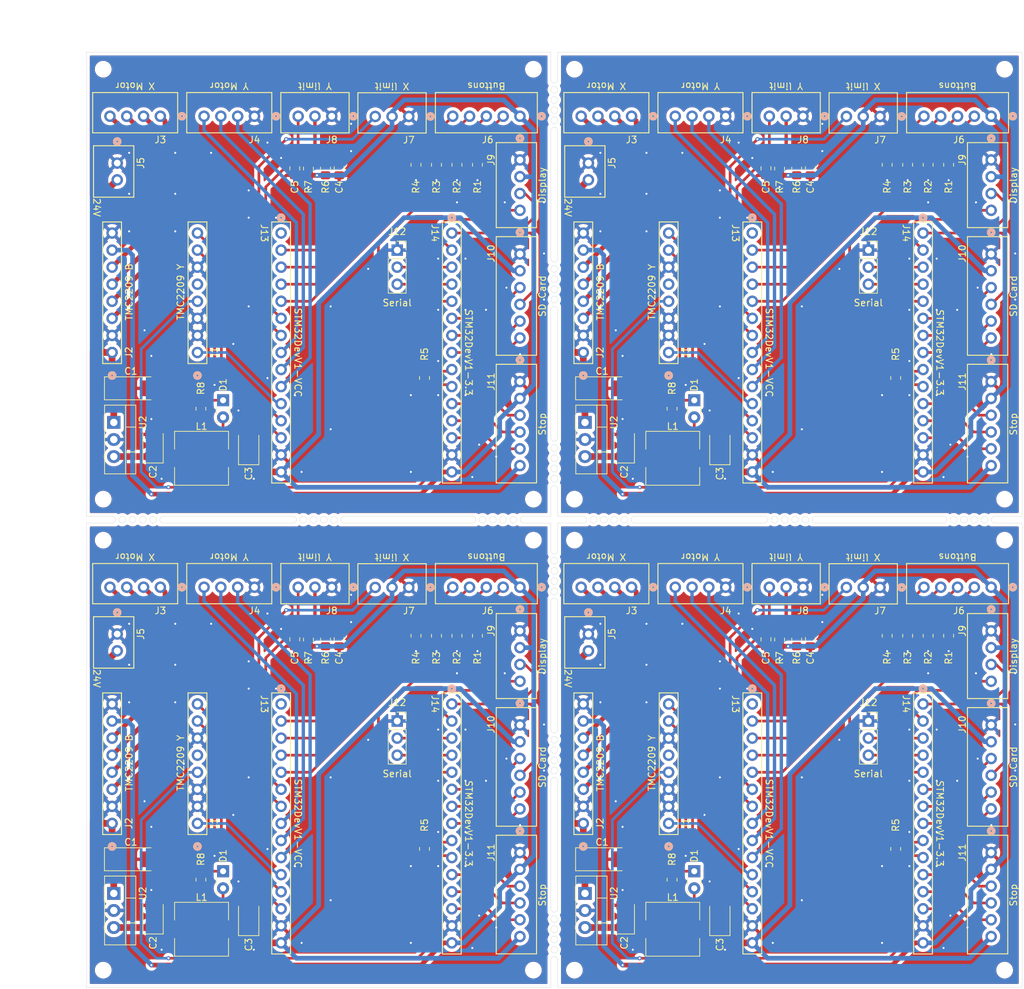
<source format=kicad_pcb>
(kicad_pcb (version 20240108) (generator "pcbnew") (generator_version "8.0")
  (layers (0 "F.Cu" signal) (31 "B.Cu" signal) (34 "B.Paste" user) (35 "F.Paste" user) (36 "B.SilkS" user "B.Silkscreen") (37 "F.SilkS" user "F.Silkscreen") (38 "B.Mask" user) (39 "F.Mask" user) (44 "Edge.Cuts" user))
  (net 0 "")
  (net 1 "24V")
  (net 2 "GND")
  (net 3 "Net-(U2-VO)")
  (net 4 "+5V")
  (net 5 "Net-(D1-K)")
  (net 7 "3.3V")
  (net 9 "/GPIO32")
  (net 10 "/GPIO16")
  (net 11 "/GPIO13")
  (net 12 "/A2")
  (net 13 "/B1")
  (net 14 "/B2")
  (net 15 "/A1")
  (net 16 "/GPIO35")
  (net 17 "/GPIO39")
  (net 18 "/GPIO34")
  (net 19 "/GPIO36")
  (net 20 "/GPIO33")
  (net 21 "/GPIO18")
  (net 22 "/GPIO21")
  (net 23 "/GPIO23")
  (net 24 "/GPIO19")
  (net 25 "/GPIO2")
  (net 26 "/GPIO4")
  (net 27 "/GPIO15")
  (net 28 "/GPIO3")
  (net 29 "/GPIO1")
  (net 30 "/GPIO17")
  (net 31 "/DIRX")
  (net 32 "/ENX")
  (net 33 "/GPIO25")
  (net 34 "/DIRY")
  (net 35 "/ENY")
  (net 36 "/GPIO22")
  (net 37 "/CS_S")
  (net 38 "/VH")
  (footprint "Resistor_SMD:R_0805_2012Metric_Pad1.20x1.40mm_HandSolder" (layer "F.Cu") (at 78.707 108 90)
    (property "Reference" "R4")
    (property "Value" "47k")
  )
  (footprint "MountingHole:MountingHole_2mm" (layer "F.Cu") (at 166.281 157.776)
    (property "Reference" "REF**")
    (property "Value" "MountingHole_2mm")
  )
  (footprint "Resistor_SMD:R_0805_2012Metric_Pad1.20x1.40mm_HandSolder" (layer "F.Cu") (at 84.803 37.896 90)
    (property "Reference" "R2")
    (property "Value" "47k")
  )
  (footprint "Capacitor_SMD:C_0805_2012Metric_Pad1.18x1.45mm_HandSolder" (layer "F.Cu") (at 130.777 108.5295 90)
    (property "Reference" "C5")
    (property "Value" "4.7nF")
  )
  (footprint "JST-XH-5A:CONN_B5B-XH-A_JST" (layer "F.Cu") (at 94.177 30.672)
    (property "Reference" "J6")
    (property "Value" "Buttons")
  )
  (footprint "JST-XH-3A:CONN_B3B-XH-A_JST" (layer "F.Cu") (at 66.177 100.776)
    (property "Reference" "J8")
    (property "Value" "Y limit")
  )
  (footprint "Resistor_SMD:R_0805_2012Metric_Pad1.20x1.40mm_HandSolder" (layer "F.Cu") (at 79.977 139.734 -90)
    (property "Reference" "R5")
    (property "Value" "1k")
  )
  (footprint "JST-XH-3A:CONN_B3B-XH-A_JST" (layer "F.Cu") (at 136.281 30.672)
    (property "Reference" "J8")
    (property "Value" "Y limit")
  )
  (footprint "JST-XH-6A:CONN_B6B-XH-A_JST" (layer "F.Cu") (at 94.177 51.172 90)
    (property "Reference" "J10")
    (property "Value" "SD Card")
  )
  (footprint "HDR-08POS:CONN8_LFBN-RC_SUL" (layer "F.Cu") (at 103.599 65.836 90)
    (property "Reference" "J2")
    (property "Value" "TMC2209 B")
  )
  (footprint "HDR-08POS:CONN8_LFBN-RC_SUL" (layer "F.Cu") (at 116.299 65.836 90)
    (property "Reference" "J1")
    (property "Value" "TMC2209 Y")
  )
  (footprint "MountingHole:MountingHole_2mm" (layer "F.Cu") (at 102.281 157.776)
    (property "Reference" "REF**")
    (property "Value" "MountingHole_2mm")
  )
  (footprint "HDR-15POS:CONN15_PPPC151LFBN-RC_SUL" (layer "F.Cu") (at 84.041 118.16 -90)
    (property "Reference" "J14")
    (property "Value" "STM32DevV1-3.3")
  )
  (footprint "JST-XH-6A:CONN_B6B-XH-A_JST" (layer "F.Cu") (at 94.177 140.276 90)
    (property "Reference" "J11")
    (property "Value" "Stop")
  )
  (footprint "MountingHole:MountingHole_2mm" (layer "F.Cu") (at 96.177 87.672)
    (property "Reference" "REF**")
    (property "Value" "MountingHole_2mm")
  )
  (footprint "Resistor_SMD:R_0805_2012Metric_Pad1.20x1.40mm_HandSolder" (layer "F.Cu") (at 151.859 37.896 90)
    (property "Reference" "R3")
    (property "Value" "47k")
  )
  (footprint "HDR-15POS:CONN15_PPPC151LFBN-RC_SUL" (layer "F.Cu") (at 128.745 48.056 -90)
    (property "Reference" "J13")
    (property "Value" "STM32DevV1-VCC")
  )
  (footprint "Capacitor_Tantalum_SMD:CP_EIA-6032-28_Kemet-C_Pad2.25x2.35mm_HandSolder" (layer "F.Cu") (at 106.393 141.274)
    (property "Reference" "C1")
    (property "Value" "10μF")
  )
  (footprint "MountingHole:MountingHole_2mm" (layer "F.Cu") (at 166.281 93.776)
    (property "Reference" "REF**")
    (property "Value" "MountingHole_2mm" (hide yes))
  )
  (footprint "Capacitor_SMD:C_0805_2012Metric_Pad1.18x1.45mm_HandSolder" (layer "F.Cu") (at 137.381 108.5295 90)
    (property "Reference" "C4")
    (property "Value" "4.7nF")
  )
  (footprint "Capacitor_Tantalum_SMD:CP_EIA-3528-21_Kemet-B_Pad1.50x2.35mm_HandSolder" (layer "F.Cu") (at 53.815 150.011 90)
    (property "Reference" "C3")
    (property "Value" "22μF")
  )
  (footprint "Resistor_SMD:R_0805_2012Metric_Pad1.20x1.40mm_HandSolder" (layer "F.Cu") (at 78.707 37.896 90)
    (property "Reference" "R4")
    (property "Value" "47k")
  )
  (footprint "JST-XH-2A:CONN_B2B-XH-A_JST" (layer "F.Cu") (at 104.361 37.642 90)
    (property "Reference" "J5")
    (property "Value" "24V")
  )
  (footprint "MountingHole:MountingHole_2mm" (layer "F.Cu") (at 96.177 157.776)
    (property "Reference" "REF**")
    (property "Value" "MountingHole_2mm")
  )
  (footprint "Connector_PinSocket_2.54mm:PinSocket_1x03_P2.54mm_Vertical" (layer "F.Cu") (at 146.017 50.596)
    (property "Reference" "J12")
    (property "Value" "Serial")
  )
  (footprint "Capacitor_Tantalum_SMD:CP_EIA-3528-21_Kemet-B_Pad1.50x2.35mm_HandSolder" (layer "F.Cu") (at 39.591 149.757 90)
    (property "Reference" "C2")
    (property "Value" "22μF")
  )
  (footprint "Resistor_SMD:R_0805_2012Metric_Pad1.20x1.40mm_HandSolder" (layer "F.Cu") (at 135.349 38.463 -90)
    (property "Reference" "R6")
    (property "Value" "200")
  )
  (footprint "MountingHole:MountingHole_2mm" (layer "F.Cu") (at 102.281 87.672)
    (property "Reference" "REF**")
    (property "Value" "MountingHole_2mm")
  )
  (footprint "Package_TO_SOT_THT:TO-220-3_Vertical" (layer "F.Cu") (at 103.853 76.25 -90)
    (property "Reference" "U2")
    (property "Value" "K7805W-500R3")
  )
  (footprint "Capacitor_Tantalum_SMD:CP_EIA-3528-21_Kemet-B_Pad1.50x2.35mm_HandSolder" (layer "F.Cu") (at 123.919 150.011 90)
    (property "Reference" "C3")
    (property "Value" "22μF")
  )
  (footprint "JST-XH-6A:CONN_B6B-XH-A_JST" (layer "F.Cu") (at 94.177 121.276 90)
    (property "Reference" "J10")
    (property "Value" "SD Card")
  )
  (footprint "HDR-08POS:CONN8_LFBN-RC_SUL" (layer "F.Cu") (at 33.495 135.94 90)
    (property "Reference" "J2")
    (property "Value" "TMC2209 B")
  )
  (footprint "MountingHole:MountingHole_2mm" (layer "F.Cu") (at 96.177 23.672)
    (property "Reference" "REF**")
    (property "Value" "MountingHole_2mm")
  )
  (footprint "Capacitor_Tantalum_SMD:CP_EIA-3528-21_Kemet-B_Pad1.50x2.35mm_HandSolder" (layer "F.Cu") (at 53.815 79.907 90)
    (property "Reference" "C3")
    (property "Value" "22μF")
  )
  (footprint "Resistor_SMD:R_0805_2012Metric_Pad1.20x1.40mm_HandSolder" (layer "F.Cu") (at 132.809 108.567 -90)
    (property "Reference" "R7")
    (property "Value" "1.2k")
  )
  (footprint "Resistor_SMD:R_0805_2012Metric_Pad1.20x1.40mm_HandSolder" (layer "F.Cu") (at 65.245 38.463 -90)
    (property "Reference" "R6")
    (property "Value" "200")
  )
  (footprint "MountingHole:MountingHole_2mm" (layer "F.Cu") (at 32.177 93.776)
    (property "Reference" "REF**")
    (property "Value" "MountingHole_2mm")
  )
  (footprint "Capacitor_SMD:C_0805_2012Metric_Pad1.18x1.45mm_HandSolder" (layer "F.Cu") (at 130.777 38.4255 90)
    (property "Reference" "C5")
    (property "Value" "4.7nF")
  )
  (footprint "Capacitor_Tantalum_SMD:CP_EIA-6032-28_Kemet-C_Pad2.25x2.35mm_HandSolder" (layer "F.Cu") (at 36.289 71.17)
    (property "Reference" "C1")
    (property "Value" "10μF")
  )
  (footprint "JST-XH-6A:CONN_B6B-XH-A_JST" (layer "F.Cu") (at 164.281 121.276 90)
    (property "Reference" "J10")
    (property "Value" "SD Card")
  )
  (footprint "MountingHole:MountingHole_2mm" (layer "F.Cu") (at 166.281 87.672)
    (property "Reference" "REF**")
    (property "Value" "MountingHole_2mm")
  )
  (footprint "Resistor_SMD:R_0805_2012Metric_Pad1.20x1.40mm_HandSolder" (layer "F.Cu") (at 148.811 108 90)
    (property "Reference" "R4")
    (property "Value" "47k")
  )
  (footprint "Capacitor_Tantalum_SMD:CP_EIA-3528-21_Kemet-B_Pad1.50x2.35mm_HandSolder" (layer "F.Cu") (at 109.695 79.653 90)
    (property "Reference" "C2")
    (property "Value" "22μF")
  )
  (footprint "Resistor_SMD:R_0805_2012Metric_Pad1.20x1.40mm_HandSolder" (layer "F.Cu") (at 81.755 37.896 90)
    (property "Reference" "R3")
    (property "Value" "47k")
  )
  (footprint "JST-XH-6A:CONN_B6B-XH-A_JST" (layer "F.Cu") (at 164.281 140.276 90)
    (property "Reference" "J11")
    (property "Value" "Stop")
  )
  (footprint "Capacitor_Tantalum_SMD:CP_EIA-3528-21_Kemet-B_Pad1.50x2.35mm_HandSolder" (layer "F.Cu") (at 109.695 149.757 90)
    (property "Reference" "C2")
    (property "Value" "22μF")
  )
  (footprint "Connector_PinSocket_2.54mm:PinSocket_1x03_P2.54mm_Vertical" (layer "F.Cu") (at 75.913 120.7)
    (property "Reference" "J12")
    (property "Value" "Serial")
  )
  (footprint "MountingHole:MountingHole_2mm" (layer "F.Cu") (at 96.177 93.776)
    (property "Reference" "REF**")
    (property "Value" "MountingHole_2mm")
  )
  (footprint "Connector_PinSocket_2.54mm:PinSocket_1x03_P2.54mm_Vertical" (layer "F.Cu") (at 146.017 120.7)
    (property "Reference" "J12")
    (property "Value" "Serial")
  )
  (footprint "MountingHole:MountingHole_2mm" (layer "F.Cu") (at 32.177 157.776)
    (property "Reference" "REF**")
    (property "Value" "MountingHole_2mm")
  )
  (footprint "JST-XH-6A:CONN_B6B-XH-A_JST" (layer "F.Cu") (at 164.281 70.172 90)
    (property "Reference" "J11")
    (property "Value" "Stop")
  )
  (footprint "LED_THT:LED_Rectangular_W3.9mm_H1.9mm" (layer "F.Cu") (at 50.005 143.052 -90)
    (property "Reference" "D1")
    (property "Value" "LED")
  )
  (footprint "LED_THT:LED_Rectangular_W3.9mm_H1.9mm" (layer "F.Cu") (at 120.109 143.052 -90)
    (property "Reference" "D1")
    (property "Value" "LED")
  )
  (footprint "HDR-15POS:CONN15_PPPC151LFBN-RC_SUL" (layer "F.Cu") (at 58.641 118.16 -90)
    (property "Reference" "J13")
    (property "Value" "STM32DevV1-VCC")
  )
  (footprint "MountingHole:MountingHole_2mm" (layer "F.Cu") (at 32.177 87.672)
    (property "Reference" "REF**")
    (property "Value" "MountingHole_2mm")
  )
  (footprint "HDR-08POS:CONN8_LFBN-RC_SUL" (layer "F.Cu") (at 116.299 135.94 90)
    (property "Reference" "J1")
    (property "Value" "TMC2209 Y")
  )
  (footprint "Resistor_SMD:R_0805_2012Metric_Pad1.20x1.40mm_HandSolder" (layer "F.Cu") (at 87.851 37.896 90)
    (property "Reference" "R1")
    (property "Value" "47k")
  )
  (footprint "Resistor_SMD:R_0805_2012Metric_Pad1.20x1.40mm_HandSolder" (layer "F.Cu") (at 116.807 144.306 -90)
    (property "Reference" "R8")
    (property "Value" "3.3k")
  )
  (footprint "Connector_PinSocket_2.54mm:PinSocket_1x03_P2.54mm_Vertical" (layer "F.Cu") (at 75.913 50.596)
    (property "Reference" "J12")
    (property "Value" "Serial")
  )
  (footprint "JST-XH-4A:CONN_B4B-XH-A_JST" (layer "F.Cu") (at 40.677 100.776)
    (property "Reference" "J3")
    (property "Value" "X Motor")
  )
  (footprint "JST-XH-4A:CONN_B4B-XH-A_JST" (layer "F.Cu") (at 124.781 30.672)
    (property "Reference" "J4")
    (property "Value" "Y Motor")
  )
  (footprint "Resistor_SMD:R_0805_2012Metric_Pad1.20x1.40mm_HandSolder" (layer "F.Cu") (at 62.705 108.567 -90)
    (property "Reference" "R7")
    (property "Value" "1.2k")
  )
  (footprint "Package_TO_SOT_THT:TO-220-3_Vertical" (layer "F.Cu") (at 103.853 146.354 -90)
    (property "Reference" "U2")
    (property "Value" "K7805W-500R3")
  )
  (footprint "HDR-15POS:CONN15_PPPC151LFBN-RC_SUL" (layer "F.Cu") (at 58.641 48.056 -90)
    (property "Reference" "J13")
    (property "Value" "STM32DevV1-VCC")
  )
  (footprint "JST-XH-4A:CONN_B4B-XH-A_JST" (layer "F.Cu") (at 164.281 107.276 90)
    (property "Reference" "J9")
    (property "Value" "Display")
  )
  (footprint "JST-XH-4A:CONN_B4B-XH-A_JST" (layer "F.Cu") (at 110.781 100.776)
    (property "Reference" "J3")
    (property "Value" "X Motor")
  )
  (footprint "Resistor_SMD:R_0805_2012Metric_Pad1.20x1.40mm_HandSolder" (layer "F.Cu") (at 87.851 108 90)
    (property "Reference" "R1")
    (property "Value" "47k")
  )
  (footprint "JST-XH-5A:CONN_B5B-XH-A_JST" (layer "F.Cu") (at 164.281 30.672)
    (property "Reference" "J6")
    (property "Value" "Buttons")
  )
  (footprint "JST-XH-3A:CONN_B3B-XH-A_JST" (layer "F.Cu") (at 147.7476 100.805801)
    (property "Reference" "J7")
    (property "Value" "X limit")
  )
  (footprint "Resistor_SMD:R_0805_2012Metric_Pad1.20x1.40mm_HandSolder" (layer "F.Cu") (at 84.803 108 90)
    (property "Reference" "R2")
    (property "Value" "47k")
  )
  (footprint "HDR-08POS:CONN8_LFBN-RC_SUL" (layer "F.Cu") (at 103.599 135.94 90)
    (property "Reference" "J2")
    (property "Value" "TMC2209 B")
  )
  (footprint "Resistor_SMD:R_0805_2012Metric_Pad1.20x1.40mm_HandSolder" (layer "F.Cu") (at 81.755 108 90)
    (property "Reference" "R3")
    (property "Value" "47k")
  )
  (footprint "HDR-15POS:CONN15_PPPC151LFBN-RC_SUL" (layer "F.Cu") (at 128.745 118.16 -90)
    (property "Reference" "J13")
    (property "Value" "STM32DevV1-VCC")
  )
  (footprint "Capacitor_Tantalum_SMD:CP_EIA-3528-21_Kemet-B_Pad1.50x2.35mm_HandSolder" (layer "F.Cu") (at 39.591 79.653 90)
    (property "Reference" "C2")
    (property "Value" "22μF")
  )
  (footprint "Package_TO_SOT_THT:TO-220-3_Vertical" (layer "F.Cu") (at 33.749 76.25 -90)
    (property "Reference" "U2")
    (property "Value" "K7805W-500R3")
  )
  (footprint "JST-XH-2A:CONN_B2B-XH-A_JST" (layer "F.Cu") (at 34.257 107.746 90)
    (property "Reference" "J5")
    (property "Value" "24V")
  )
  (footprint "Resistor_SMD:R_0805_2012Metric_Pad1.20x1.40mm_HandSolder" (layer "F.Cu") (at 157.955 108 90)
    (property "Reference" "R1")
    (property "Value" "47k")
  )
  (footprint "JST-XH-3A:CONN_B3B-XH-A_JST" (layer "F.Cu") (at 77.6436 100.805801)
    (property "Reference" "J7")
    (property "Value" "X limit")
  )
  (footprint "JST-XH-4A:CONN_B4B-XH-A_JST" (layer "F.Cu") (at 124.781 100.776)
    (property "Reference" "J4")
    (property "Value" "Y Motor")
  )
  (footprint "Resistor_SMD:R_0805_2012Metric_Pad1.20x1.40mm_HandSolder" (layer "F.Cu") (at 132.809 38.463 -90)
    (property "Reference" "R7")
    (property "Value" "1.2k")
  )
  (footprint "HDR-15POS:CONN15_PPPC151LFBN-RC_SUL" (layer "F.Cu") (at 154.145 48.056 -90)
    (property "Reference" "J14")
    (property "Value" "STM32DevV1-3.3")
  )
  (footprint "Resistor_SMD:R_0805_2012Metric_Pad1.20x1.40mm_HandSolder" (layer "F.Cu") (at 116.807 74.202 -90)
    (property "Reference" "R8")
    (property "Value" "3.3k")
  )
  (footprint "Inductor_SMD:L_SXN_SMDRI74" (layer "F.Cu") (at 46.805 81.584)
    (property "Reference" "L1")
    (property "Value" "15μH")
  )
  (footprint "JST-XH-6A:CONN_B6B-XH-A_JST" (layer "F.Cu") (at 94.177 70.172 90)
    (property "Reference" "J11")
    (property "Value" "Stop")
  )
  (footprint "Inductor_SMD:L_SXN_SMDRI74" (layer "F.Cu") (at 116.909 81.584)
    (property "Reference" "L1")
    (property "Value" "15μH")
  )
  (footprint "Capacitor_SMD:C_0805_2012Metric_Pad1.18x1.45mm_HandSolder" (layer "F.Cu") (at 67.277 38.4255 90)
    (property "Reference" "C4")
    (property "Value" "4.7nF")
  )
  (footprint "HDR-08POS:CONN8_LFBN-RC_SUL" (layer "F.Cu") (at 33.495 65.836 90)
    (property "Reference" "J2")
    (property "Value" "TMC2209 B")
  )
  (footprint "Package_TO_SOT_THT:TO-220-3_Vertical" (layer "F.Cu") (at 33.749 146.354 -90)
    (property "Reference" "U2")
    (property "Value" "K7805W-500R3")
  )
  (footprint "Capacitor_SMD:C_0805_2012Metric_Pad1.18x1.45mm_HandSolder" (layer "F.Cu") (at 67.277 108.5295 90)
    (property "Reference" "C4")
    (property "Value" "4.7nF")
  )
  (footprint "Inductor_SMD:L_SXN_SMDRI74" (layer "F.Cu") (at 116.909 151.688)
    (property "Reference" "L1")
    (property "Value" "15μH")
  )
  (footprint "JST-XH-4A:CONN_B4B-XH-A_JST" (layer "F.Cu") (at 94.177 37.172 90)
    (property "Reference" "J9")
    (property "Value" "Display")
  )
  (footprint "JST-XH-5A:CONN_B5B-XH-A_JST" (layer "F.Cu") (at 164.281 100.776)
    (property "Reference" "J6")
    (property "Value" "Buttons")
  )
  (footprint "JST-XH-4A:CONN_B4B-XH-A_JST" (layer "F.Cu") (at 110.781 30.672)
    (property "Reference" "J3")
    (property "Value" "X Motor")
  )
  (footprint "JST-XH-4A:CONN_B4B-XH-A_JST" (layer "F.Cu") (at 54.677 30.672)
    (property "Reference" "J4")
    (property "Value" "Y Motor")
  )
  (footprint "JST-XH-3A:CONN_B3B-XH-A_JST" (layer "F.Cu") (at 147.7476 30.701801)
    (property "Reference" "J7")
    (property "Value" "X limit")
  )
  (footprint "Resistor_SMD:R_0805_2012Metric_Pad1.20x1.40mm_HandSolder" (layer "F.Cu") (at 46.703 144.306 -90)
    (property "Reference" "R8")
    (property "Value" "3.3k")
  )
  (footprint "Resistor_SMD:R_0805_2012Metric_Pad1.20x1.40mm_HandSolder" (layer "F.Cu") (at 79.977 69.63 -90)
    (property "Reference" "R5")
    (property "Value" "1k")
  )
  (footprint "JST-XH-4A:CONN_B4B-XH-A_JST" (layer "F.Cu") (at 54.677 100.776)
    (property "Reference" "J4")
    (property "Value" "Y Motor")
  )
  (footprint "Resistor_SMD:R_0805_2012Metric_Pad1.20x1.40mm_HandSolder" (layer "F.Cu") (at 151.859 108 90)
    (property "Reference" "R3")
    (property "Value" "47k")
  )
  (footprint "Capacitor_SMD:C_0805_2012Metric_Pad1.18x1.45mm_HandSolder" (layer "F.Cu") (at 137.381 38.4255 90)
    (property "Reference" "C4")
    (property "Value" "4.7nF")
  )
  (footprint "HDR-08POS:CONN8_LFBN-RC_SUL" (layer "F.Cu") (at 46.195 135.94 90)
    (property "Reference" "J1")
    (property "Value" "TMC2209 Y")
  )
  (footprint "Capacitor_SMD:C_0805_2012Metric_Pad1.18x1.45mm_HandSolder" (layer "F.Cu") (at 60.673 38.4255 90)
    (property "Reference" "C5")
    (property "Value" "4.7nF")
  )
  (footprint "JST-XH-3A:CONN_B3B-XH-A_JST" (layer "F.Cu") (at 66.177 30.672)
    (property "Reference" "J8")
    (property "Value" "Y limit")
  )
  (footprint "Resistor_SMD:R_0805_2012Metric_Pad1.20x1.40mm_HandSolder" (layer "F.Cu") (at 135.349 108.567 -90)
    (property "Reference" "R6")
    (property "Value" "200")
  )
  (footprint "HDR-15POS:CONN15_PPPC151LFBN-RC_SUL" (layer "F.Cu") (at 84.041 48.056 -90)
    (property "Reference" "J14")
    (property "Value" "STM32DevV1-3.3")
  )
  (footprint "Resistor_SMD:R_0805_2012Metric_Pad1.20x1.40mm_HandSolder" (layer "F.Cu") (at 157.955 37.896 90)
    (property "Reference" "R1")
    (property "Value" "47k")
  )
  (footprint "MountingHole:MountingHole_2mm" (layer "F.Cu") (at 32.177 23.672)
    (property "Reference" "REF**")
    (property "Value" "MountingHole_2mm")
  )
  (footprint "Capacitor_Tantalum_SMD:CP_EIA-3528-21_Kemet-B_Pad1.50x2.35mm_HandSolder" (layer "F.Cu") (at 123.919 79.907 90)
    (property "Reference" "C3")
    (property "Value" "22μF")
  )
  (footprint "Inductor_SMD:L_SXN_SMDRI74" (layer "F.Cu") (at 46.805 151.688)
    (property "Reference" "L1")
    (property "Value" "15μH")
  )
  (footprint "Resistor_SMD:R_0805_2012Metric_Pad1.20x1.40mm_HandSolder" (layer "F.Cu") (at 62.705 38.463 -90)
    (property "Reference" "R7")
    (property "Value" "1.2k")
  )
  (footprint "HDR-15POS:CONN15_PPPC151LFBN-RC_SUL" (layer "F.Cu") (at 154.145 118.16 -90)
    (property "Reference" "J14")
    (property "Value" "STM32DevV1-3.3")
  )
  (footprint "Capacitor_Tantalum_SMD:CP_EIA-6032-28_Kemet-C_Pad2.25x2.35mm_HandSolder" (layer "F.Cu") (at 106.393 71.17)
    (property "Reference" "C1")
    (property "Value" "10μF")
  )
  (footprint "JST-XH-3A:CONN_B3B-XH-A_JST" (layer "F.Cu") (at 77.6436 30.701801)
    (property "Reference" "J7")
    (property "Value" "X limit")
  )
  (footprint "Capacitor_SMD:C_0805_2012Metric_Pad1.18x1.45mm_HandSolder" (layer "F.Cu") (at 60.673 108.5295 90)
    (property "Reference" "C5")
    (property "Value" "4.7nF")
  )
  (footprint "JST-XH-4A:CONN_B4B-XH-A_JST" (layer "F.Cu") (at 40.677 30.672)
    (property "Reference" "J3")
    (property "Value" "X Motor")
  )
  (footprint "JST-XH-3A:CONN_B3B-XH-A_JST" (layer "F.Cu") (at 136.281 100.776)
    (property "Reference" "J8")
    (property "Value" "Y limit")
  )
  (footprint "JST-XH-2A:CONN_B2B-XH-A_JST" (layer "F.Cu") (at 104.361 107.746 90)
    (property "Reference" "J5")
    (property "Value" "24V")
  )
  (footprint "JST-XH-4A:CONN_B4B-XH-A_JST" (layer "F.Cu") (at 94.177 107.276 90)
    (property "Reference" "J9")
    (property "Value" "Display")
  )
  (footprint "JST-XH-4A:CONN_B4B-XH-A_JST" (layer "F.Cu") (at 164.281 37.172 90)
    (property "Reference" "J9")
    (property "Value" "Display")
  )
  (footprint "Resistor_SMD:R_0805_2012Metric_Pad1.20x1.40mm_HandSolder" (layer "F.Cu") (at 150.081 69.63 -90)
    (property "Reference" "R5")
    (property "Value" "1k")
  )
  (footprint "JST-XH-2A:CONN_B2B-XH-A_JST" (layer "F.Cu") (at 34.257 37.642 90)
    (property "Reference" "J5")
    (property "Value" "24V")
  )
  (footprint "Resistor_SMD:R_0805_2012Metric_Pad1.20x1.40mm_HandSolder" (layer "F.Cu") (at 148.811 37.896 90)
    (property "Reference" "R4")
    (property "Value" "47k")
  )
  (footprint "Resistor_SMD:R_0805_2012Metric_Pad1.20x1.40mm_HandSolder" (layer "F.Cu") (at 154.907 37.896 90)
    (property "Reference" "R2")
    (property "Value" "47k")
  )
  (footprint "MountingHole:MountingHole_2mm" (layer "F.Cu") (at 166.281 23.672)
    (property "Reference" "REF**")
    (property "Value" "MountingHole_2mm" (hide yes))
  )
  (footprint "Resistor_SMD:R_0805_2012Metric_Pad1.20x1.40mm_HandSolder" (layer "F.Cu") (at 65.245 108.567 -90)
    (property "Reference" "R6")
    (property "Value" "200")
  )
  (footprint "JST-XH-5A:CONN_B5B-XH-A_JST" (layer "F.Cu") (at 94.177 100.776)
    (property "Reference" "J6")
    (property "Value" "Buttons")
  )
  (footprint "Resistor_SMD:R_0805_2012Metric_Pad1.20x1.40mm_HandSolder" (layer "F.Cu") (at 150.081 139.734 -90)
    (property "Reference" "R5")
    (property "Value" "1k")
  )
  (footprint "HDR-08POS:CONN8_LFBN-RC_SUL" (layer "F.Cu") (at 46.195 65.836 90)
    (property "Reference" "J1")
    (property "Value" "TMC2209 Y")
  )
  (footprint "Resistor_SMD:R_0805_2012Metric_Pad1.20x1.40mm_HandSolder" (layer "F.Cu") (at 46.703 74.202 -90)
    (property "Reference" "R8")
    (property "Value" "3.3k")
  )
  (footprint "LED_THT:LED_Rectangular_W3.9mm_H1.9mm" (layer "F.Cu") (at 50.005 72.948 -90)
    (property "Reference" "D1")
    (property "Value" "LED")
  )
  (footprint "Resistor_SMD:R_0805_2012Metric_Pad1.20x1.40mm_HandSolder" (layer "F.Cu") (at 154.907 108 90)
    (property "Reference" "R2")
    (property "Value" "47k")
  )
  (footprint "MountingHole:MountingHole_2mm" (layer "F.Cu") (at 102.281 93.776)
    (property "Reference" "REF**")
    (property "Value" "MountingHole_2mm")
  )
  (footprint "JST-XH-6A:CONN_B6B-XH-A_JST" (layer "F.Cu") (at 164.281 51.172 90)
    (property "Reference" "J10")
    (property "Value" "SD Card")
  )
  (footprint "Capacitor_Tantalum_SMD:CP_EIA-6032-28_Kemet-C_Pad2.25x2.35mm_HandSolder" (layer "F.Cu") (at 36.289 141.274)
    (property "Reference" "C1")
    (property "Value" "10μF")
  )
  (footprint "MountingHole:MountingHole_2mm" (layer "F.Cu") (at 102.281 23.672)
    (property "Reference" "REF**")
    (property "Value" "MountingHole_2mm")
  )
  (footprint "LED_THT:LED_Rectangular_W3.9mm_H1.9mm" (layer "F.Cu") (at 120.109 72.948 -90)
    (property "Reference" "D1")
    (property "Value" "LED")
  )
  (gr_circle (center 136.619 90.728) (end 137.127 90.728) (stroke (width 0.05)) (fill none) (layer "Edge.Cuts"))
  (gr_arc (start 98.773 129.59) (mid 99.281 129.082) (end 99.789 129.59) (stroke (width 0.05)) (layer "Edge.Cuts"))
  (gr_circle (center 99.281 96.824) (end 99.281 96.316) (stroke (width 0.05)) (fill none) (layer "Edge.Cuts"))
  (gr_circle (center 99.281 150.164) (end 99.281 149.656) (stroke (width 0.05)) (fill none) (layer "Edge.Cuts"))
  (gr_circle (center 99.281 83.108) (end 99.281 82.6) (stroke (width 0.05)) (fill none) (layer "Edge.Cuts"))
  (gr_line (start 98.773 21.132) (end 98.773 25.196) (stroke (width 0.05)) (layer "Edge.Cuts"))
  (gr_arc (start 111.219 91.236) (mid 110.711 90.728) (end 111.219 90.22) (stroke (width 0.05)) (layer "Edge.Cuts"))
  (gr_line (start 130.523 90.22) (end 111.219 90.22) (stroke (width 0.05)) (layer "Edge.Cuts"))
  (gr_line (start 29.685 160.324) (end 29.685 91.236) (stroke (width 0.05)) (layer "Edge.Cuts"))
  (gr_arc (start 103.599 90.22) (mid 104.107 90.728) (end 103.599 91.236) (stroke (width 0.05)) (layer "Edge.Cuts"))
  (gr_circle (center 63.467 90.728) (end 63.975 90.728) (stroke (width 0.05)) (fill none) (layer "Edge.Cuts"))
  (gr_arc (start 94.709 91.236) (mid 94.201 90.728) (end 94.709 90.22) (stroke (width 0.05)) (layer "Edge.Cuts"))
  (gr_arc (start 33.495 90.22) (mid 34.003 90.728) (end 33.495 91.236) (stroke (width 0.05)) (layer "Edge.Cuts"))
  (gr_line (start 168.877 91.236) (end 168.877 160.324) (stroke (width 0.05)) (layer "Edge.Cuts"))
  (gr_arc (start 99.789 78.536) (mid 99.281 79.044) (end 98.773 78.536) (stroke (width 0.05)) (layer "Edge.Cuts"))
  (gr_arc (start 99.789 51.866) (mid 99.281 52.374) (end 98.773 51.866) (stroke (width 0.05)) (layer "Edge.Cuts"))
  (gr_circle (center 36.543 90.728) (end 37.051 90.728) (stroke (width 0.05)) (fill none) (layer "Edge.Cuts"))
  (gr_circle (center 99.281 28.244) (end 99.281 27.736) (stroke (width 0.05)) (fill none) (layer "Edge.Cuts"))
  (gr_circle (center 99.281 154.736) (end 99.281 154.228) (stroke (width 0.05)) (fill none) (layer "Edge.Cuts"))
  (gr_circle (center 135.095 90.728) (end 135.603 90.728) (stroke (width 0.05)) (fill none) (layer "Edge.Cuts"))
  (gr_line (start 168.877 21.132) (end 168.877 90.22) (stroke (width 0.05)) (layer "Edge.Cuts"))
  (gr_circle (center 38.067 90.728) (end 38.575 90.728) (stroke (width 0.05)) (fill none) (layer "Edge.Cuts"))
  (gr_arc (start 68.039 91.236) (mid 67.531 90.728) (end 68.039 90.22) (stroke (width 0.05)) (layer "Edge.Cuts"))
  (gr_arc (start 98.773 59.486) (mid 99.281 58.978) (end 99.789 59.486) (stroke (width 0.05)) (layer "Edge.Cuts"))
  (gr_circle (center 88.613 90.728) (end 89.121 90.728) (stroke (width 0.05)) (fill none) (layer "Edge.Cuts"))
  (gr_circle (center 91.661 90.728) (end 92.169 90.728) (stroke (width 0.05)) (fill none) (layer "Edge.Cuts"))
  (gr_line (start 168.877 160.324) (end 99.789 160.324) (stroke (width 0.05)) (layer "Edge.Cuts"))
  (gr_line (start 29.685 91.236) (end 33.495 91.236) (stroke (width 0.05)) (layer "Edge.Cuts"))
  (gr_line (start 99.789 95.3) (end 99.789 91.236) (stroke (width 0.05)) (layer "Edge.Cuts"))
  (gr_circle (center 99.281 26.72) (end 99.281 26.212) (stroke (width 0.05)) (fill none) (layer "Edge.Cuts"))
  (gr_line (start 99.789 121.97) (end 99.789 102.92) (stroke (width 0.05)) (layer "Edge.Cuts"))
  (gr_line (start 99.789 51.866) (end 99.789 32.816) (stroke (width 0.05)) (layer "Edge.Cuts"))
  (gr_line (start 87.089 90.22) (end 68.039 90.22) (stroke (width 0.05)) (layer "Edge.Cuts"))
  (gr_line (start 99.789 21.132) (end 168.877 21.132) (stroke (width 0.05)) (layer "Edge.Cuts"))
  (gr_circle (center 64.991 90.728) (end 65.499 90.728) (stroke (width 0.05)) (fill none) (layer "Edge.Cuts"))
  (gr_circle (center 99.281 151.688) (end 99.281 151.18) (stroke (width 0.05)) (fill none) (layer "Edge.Cuts"))
  (gr_arc (start 60.419 90.22) (mid 60.927 90.728) (end 60.419 91.236) (stroke (width 0.05)) (layer "Edge.Cuts"))
  (gr_line (start 168.877 90.22) (end 164.813 90.22) (stroke (width 0.05)) (layer "Edge.Cuts"))
  (gr_arc (start 99.789 25.196) (mid 99.281 25.704) (end 98.773 25.196) (stroke (width 0.05)) (layer "Edge.Cuts"))
  (gr_arc (start 98.773 102.92) (mid 99.281 102.412) (end 99.789 102.92) (stroke (width 0.05)) (layer "Edge.Cuts"))
  (gr_line (start 98.773 160.324) (end 29.685 160.324) (stroke (width 0.05)) (layer "Edge.Cuts"))
  (gr_circle (center 108.171 90.728) (end 108.679 90.728) (stroke (width 0.05)) (fill none) (layer "Edge.Cuts"))
  (gr_circle (center 90.137 90.728) (end 90.645 90.728) (stroke (width 0.05)) (fill none) (layer "Edge.Cuts"))
  (gr_line (start 98.773 86.156) (end 98.773 90.22) (stroke (width 0.05)) (layer "Edge.Cuts"))
  (gr_circle (center 163.289 90.728) (end 163.797 90.728) (stroke (width 0.05)) (fill none) (layer "Edge.Cuts"))
  (gr_arc (start 164.813 91.236) (mid 164.305 90.728) (end 164.813 90.22) (stroke (width 0.05)) (layer "Edge.Cuts"))
  (gr_arc (start 130.523 90.22) (mid 131.031 90.728) (end 130.523 91.236) (stroke (width 0.05)) (layer "Edge.Cuts"))
  (gr_line (start 111.219 91.236) (end 130.523 91.236) (stroke (width 0.05)) (layer "Edge.Cuts"))
  (gr_circle (center 99.281 123.494) (end 99.281 122.986) (stroke (width 0.05)) (fill none) (layer "Edge.Cuts"))
  (gr_circle (center 99.281 29.768) (end 99.281 29.26) (stroke (width 0.05)) (fill none) (layer "Edge.Cuts"))
  (gr_line (start 138.143 91.236) (end 157.193 91.236) (stroke (width 0.05)) (layer "Edge.Cuts"))
  (gr_arc (start 98.773 32.816) (mid 99.281 32.308) (end 99.789 32.816) (stroke (width 0.05)) (layer "Edge.Cuts"))
  (gr_arc (start 99.789 95.3) (mid 99.281 95.808) (end 98.773 95.3) (stroke (width 0.05)) (layer "Edge.Cuts"))
  (gr_circle (center 99.281 84.632) (end 99.281 84.124) (stroke (width 0.05)) (fill none) (layer "Edge.Cuts"))
  (gr_circle (center 105.123 90.728) (end 105.631 90.728) (stroke (width 0.05)) (fill none) (layer "Edge.Cuts"))
  (gr_line (start 99.789 148.64) (end 99.789 129.59) (stroke (width 0.05)) (layer "Edge.Cuts"))
  (gr_circle (center 160.241 90.728) (end 160.749 90.728) (stroke (width 0.05)) (fill none) (layer "Edge.Cuts"))
  (gr_line (start 98.773 102.92) (end 98.773 121.97) (stroke (width 0.05)) (layer "Edge.Cuts"))
  (gr_line (start 98.773 91.236) (end 98.773 95.3) (stroke (width 0.05)) (layer "Edge.Cuts"))
  (gr_line (start 98.773 90.22) (end 94.709 90.22) (stroke (width 0.05)) (layer "Edge.Cuts"))
  (gr_circle (center 99.281 99.872) (end 99.281 99.364) (stroke (width 0.05)) (fill none) (layer "Edge.Cuts"))
  (gr_line (start 98.773 32.816) (end 98.773 51.866) (stroke (width 0.05)) (layer "Edge.Cuts"))
  (gr_line (start 99.789 78.536) (end 99.789 59.486) (stroke (width 0.05)) (layer "Edge.Cuts"))
  (gr_circle (center 133.571 90.728) (end 134.079 90.728) (stroke (width 0.05)) (fill none) (layer "Edge.Cuts"))
  (gr_arc (start 138.143 91.236) (mid 137.635 90.728) (end 138.143 90.22) (stroke (width 0.05)) (layer "Edge.Cuts"))
  (gr_arc (start 41.115 91.236) (mid 40.607 90.728) (end 41.115 90.22) (stroke (width 0.05)) (layer "Edge.Cuts"))
  (gr_circle (center 161.765 90.728) (end 162.273 90.728) (stroke (width 0.05)) (fill none) (layer "Edge.Cuts"))
  (gr_circle (center 106.647 90.728) (end 107.155 90.728) (stroke (width 0.05)) (fill none) (layer "Edge.Cuts"))
  (gr_line (start 33.495 90.22) (end 29.685 90.22) (stroke (width 0.05)) (layer "Edge.Cuts"))
  (gr_circle (center 99.281 98.348) (end 99.281 97.84) (stroke (width 0.05)) (fill none) (layer "Edge.Cuts"))
  (gr_circle (center 66.515 90.728) (end 67.023 90.728) (stroke (width 0.05)) (fill none) (layer "Edge.Cuts"))
  (gr_line (start 103.599 90.22) (end 99.789 90.22) (stroke (width 0.05)) (layer "Edge.Cuts"))
  (gr_circle (center 93.185 90.728) (end 93.693 90.728) (stroke (width 0.05)) (fill none) (layer "Edge.Cuts"))
  (gr_line (start 98.773 59.486) (end 98.773 78.536) (stroke (width 0.05)) (layer "Edge.Cuts"))
  (gr_circle (center 99.281 101.396) (end 99.281 100.888) (stroke (width 0.05)) (fill none) (layer "Edge.Cuts"))
  (gr_line (start 60.419 90.22) (end 41.115 90.22) (stroke (width 0.05)) (layer "Edge.Cuts"))
  (gr_arc (start 98.773 156.26) (mid 99.281 155.752) (end 99.789 156.26) (stroke (width 0.05)) (layer "Edge.Cuts"))
  (gr_line (start 94.709 91.236) (end 98.773 91.236) (stroke (width 0.05)) (layer "Edge.Cuts"))
  (gr_line (start 164.813 91.236) (end 168.877 91.236) (stroke (width 0.05)) (layer "Edge.Cuts"))
  (gr_circle (center 99.281 81.584) (end 99.281 81.076) (stroke (width 0.05)) (fill none) (layer "Edge.Cuts"))
  (gr_circle (center 61.943 90.728) (end 62.451 90.728) (stroke (width 0.05)) (fill none) (layer "Edge.Cuts"))
  (gr_circle (center 99.281 126.542) (end 99.281 126.034) (stroke (width 0.05)) (fill none) (layer "Edge.Cuts"))
  (gr_line (start 99.789 25.196) (end 99.789 21.132) (stroke (width 0.05)) (layer "Edge.Cuts"))
  (gr_circle (center 99.281 153.212) (end 99.281 152.704) (stroke (width 0.05)) (fill none) (layer "Edge.Cuts"))
  (gr_circle (center 109.695 90.728) (end 110.203 90.728) (stroke (width 0.05)) (fill none) (layer "Edge.Cuts"))
  (gr_circle (center 99.281 56.438) (end 99.281 55.93) (stroke (width 0.05)) (fill none) (layer "Edge.Cuts"))
  (gr_arc (start 99.789 148.64) (mid 99.281 149.148) (end 98.773 148.64) (stroke (width 0.05)) (layer "Edge.Cuts"))
  (gr_line (start 157.193 90.22) (end 138.143 90.22) (stroke (width 0.05)) (layer "Edge.Cuts"))
  (gr_line (start 29.685 21.132) (end 98.773 21.132) (stroke (width 0.05)) (layer "Edge.Cuts"))
  (gr_arc (start 99.789 121.97) (mid 99.281 122.478) (end 98.773 121.97) (stroke (width 0.05)) (layer "Edge.Cuts"))
  (gr_circle (center 99.281 53.39) (end 99.281 52.882) (stroke (width 0.05)) (fill none) (layer "Edge.Cuts"))
  (gr_line (start 99.789 90.22) (end 99.789 86.156) (stroke (width 0.05)) (layer "Edge.Cuts"))
  (gr_arc (start 98.773 86.156) (mid 99.281 85.648) (end 99.789 86.156) (stroke (width 0.05)) (layer "Edge.Cuts"))
  (gr_arc (start 87.089 90.22) (mid 87.597 90.728) (end 87.089 91.236) (stroke (width 0.05)) (layer "Edge.Cuts"))
  (gr_line (start 29.685 90.22) (end 29.685 21.132) (stroke (width 0.05)) (layer "Edge.Cuts"))
  (gr_line (start 98.773 129.59) (end 98.773 148.64) (stroke (width 0.05)) (layer "Edge.Cuts"))
  (gr_circle (center 99.281 80.06) (end 99.281 79.552) (stroke (width 0.05)) (fill none) (layer "Edge.Cuts"))
  (gr_line (start 98.773 156.26) (end 98.773 160.324) (stroke (width 0.05)) (layer "Edge.Cuts"))
  (gr_circle (center 39.591 90.728) (end 40.099 90.728) (stroke (width 0.05)) (fill none) (layer "Edge.Cuts"))
  (gr_circle (center 99.281 31.292) (end 99.281 30.784) (stroke (width 0.05)) (fill none) (layer "Edge.Cuts"))
  (gr_line (start 68.039 91.236) (end 87.089 91.236) (stroke (width 0.05)) (layer "Edge.Cuts"))
  (gr_circle (center 99.281 57.962) (end 99.281 57.454) (stroke (width 0.05)) (fill none) (layer "Edge.Cuts"))
  (gr_line (start 99.789 91.236) (end 103.599 91.236) (stroke (width 0.05)) (layer "Edge.Cuts"))
  (gr_circle (center 158.717 90.728) (end 159.225 90.728) (stroke (width 0.05)) (fill none) (layer "Edge.Cuts"))
  (gr_circle (center 99.281 54.914) (end 99.281 54.406) (stroke (width 0.05)) (fill none) (layer "Edge.Cuts"))
  (gr_circle (center 99.281 128.066) (end 99.281 127.558) (stroke (width 0.05)) (fill none) (layer "Edge.Cuts"))
  (gr_circle (center 99.281 125.018) (end 99.281 124.51) (stroke (width 0.05)) (fill none) (layer "Edge.Cuts"))
  (gr_circle (center 132.047 90.728) (end 132.555 90.728) (stroke (width 0.05)) (fill none) (layer "Edge.Cuts"))
  (gr_line (start 41.115 91.236) (end 60.419 91.236) (stroke (width 0.05)) (layer "Edge.Cuts"))
  (gr_circle (center 35.019 90.728) (end 35.527 90.728) (stroke (width 0.05)) (fill none) (layer "Edge.Cuts"))
  (gr_arc (start 157.193 90.22) (mid 157.701 90.728) (end 157.193 91.236) (stroke (width 0.05)) (layer "Edge.Cuts"))
  (gr_line (start 99.789 160.324) (end 99.789 156.26) (stroke (width 0.05)) (layer "Edge.Cuts"))
  (segment (start 103.599 65.836) (end 103.599 70.926) (width 1) (layer "F.Cu") (net 1))
  (segment (start 31.209 64.82) (end 32.225 65.836) (width 1) (layer "F.Cu") (net 1))
  (segment (start 32.225 65.836) (end 33.495 65.836) (width 1) (layer "F.Cu") (net 1))
  (segment (start 33.739 146.344) (end 33.749 146.354) (width 1) (layer "F.Cu") (net 1))
  (segment (start 103.843 71.17) (end 103.843 76.24) (width 1) (layer "F.Cu") (net 1))
  (segment (start 33.495 141.03) (end 33.739 141.274) (width 1) (layer "F.Cu") (net 1))
  (segment (start 101.313 134.924) (end 102.329 135.94) (width 1) (layer "F.Cu") (net 1))
  (segment (start 34.257 110.246) (end 31.209 113.294) (width 1) (layer "F.Cu") (net 1))
  (segment (start 101.313 43.19) (end 101.313 64.82) (width 1) (layer "F.Cu") (net 1))
  (segment (start 31.209 43.19) (end 31.209 64.82) (width 1) (layer "F.Cu") (net 1))
  (segment (start 32.225 135.94) (end 33.495 135.94) (width 1) (layer "F.Cu") (net 1))
  (segment (start 104.361 110.246) (end 101.313 113.294) (width 1) (layer "F.Cu") (net 1))
  (segment (start 31.209 134.924) (end 32.225 135.94) (width 1) (layer "F.Cu") (net 1))
  (segment (start 103.843 141.274) (end 103.843 146.344) (width 1) (layer "F.Cu") (net 1))
  (segment (start 34.257 40.142) (end 31.209 43.19) (width 1) (layer "F.Cu") (net 1))
  (segment (start 103.599 135.94) (end 103.599 141.03) (width 1) (layer "F.Cu") (net 1))
  (segment (start 103.843 146.344) (end 103.853 146.354) (width 1) (layer "F.Cu") (net 1))
  (segment (start 33.495 70.926) (end 33.739 71.17) (width 1) (layer "F.Cu") (net 1))
  (segment (start 33.739 141.274) (end 33.739 146.344) (width 1) (layer "F.Cu") (net 1))
  (segment (start 31.209 113.294) (end 31.209 134.924) (width 1) (layer "F.Cu") (net 1))
  (segment (start 33.739 71.17) (end 33.739 76.24) (width 1) (layer "F.Cu") (net 1))
  (segment (start 101.313 113.294) (end 101.313 134.924) (width 1) (layer "F.Cu") (net 1))
  (segment (start 102.329 65.836) (end 103.599 65.836) (width 1) (layer "F.Cu") (net 1))
  (segment (start 33.495 135.94) (end 33.495 141.03) (width 1) (layer "F.Cu") (net 1))
  (segment (start 33.739 76.24) (end 33.749 76.25) (width 1) (layer "F.Cu") (net 1))
  (segment (start 33.495 65.836) (end 33.495 70.926) (width 1) (layer "F.Cu") (net 1))
  (segment (start 103.599 141.03) (end 103.843 141.274) (width 1) (layer "F.Cu") (net 1))
  (segment (start 101.313 64.82) (end 102.329 65.836) (width 1) (layer "F.Cu") (net 1))
  (segment (start 102.329 135.94) (end 103.599 135.94) (width 1) (layer "F.Cu") (net 1))
  (segment (start 103.599 70.926) (end 103.843 71.17) (width 1) (layer "F.Cu") (net 1))
  (segment (start 104.361 40.142) (end 101.313 43.19) (width 1) (layer "F.Cu") (net 1))
  (segment (start 103.843 76.24) (end 103.853 76.25) (width 1) (layer "F.Cu") (net 1))
  (segment (start 78.707 109) (end 78.707 110.286) (width 0.7) (layer "F.Cu") (net 2))
  (segment (start 157.955 38.896) (end 157.955 40.182) (width 0.7) (layer "F.Cu") (net 2))
  (segment (start 87.851 109) (end 87.851 110.286) (width 0.7) (layer "F.Cu") (net 2))
  (segment (start 151.859 38.896) (end 151.859 40.182) (width 0.7) (layer "F.Cu") (net 2))
  (segment (start 154.907 109) (end 154.907 110.286) (width 0.7) (layer "F.Cu") (net 2))
  (segment (start 151.859 109) (end 151.859 110.286) (width 0.7) (layer "F.Cu") (net 2))
  (segment (start 84.803 109) (end 84.803 110.286) (width 0.7) (layer "F.Cu") (net 2))
  (segment (start 81.755 38.896) (end 81.755 40.182) (width 0.7) (layer "F.Cu") (net 2))
  (segment (start 148.811 38.896) (end 148.811 40.182) (width 0.7) (layer "F.Cu") (net 2))
  (segment (start 87.851 38.896) (end 87.851 40.182) (width 0.7) (layer "F.Cu") (net 2))
  (segment (start 84.803 38.896) (end 84.803 40.182) (width 0.7) (layer "F.Cu") (net 2))
  (segment (start 78.707 38.896) (end 78.707 40.182) (width 0.7) (layer "F.Cu") (net 2))
  (segment (start 81.755 109) (end 81.755 110.286) (width 0.7) (layer "F.Cu") (net 2))
  (segment (start 154.907 38.896) (end 154.907 40.182) (width 0.7) (layer "F.Cu") (net 2))
  (segment (start 157.955 109) (end 157.955 110.286) (width 0.7) (layer "F.Cu") (net 2))
  (segment (start 148.811 109) (end 148.811 110.286) (width 0.7) (layer "F.Cu") (net 2))
  (via (at 42.893 36.118) (size 0.6) (drill 0.3) (layers "F.Cu" "B.Cu") (net 2))
  (via (at 121.633 134.67) (size 0.6) (drill 0.3) (layers "F.Cu" "B.Cu") (net 2))
  (via (at 162.019 43.484) (size 0.6) (drill 0.3) (layers "F.Cu" "B.Cu") (net 2))
  (via (at 141.699 53.39) (size 0.6) (drill 0.3) (layers "F.Cu" "B.Cu") (net 2))
  (via (at 39.337 75.742) (size 0.6) (drill 0.3) (layers "F.Cu" "B.Cu") (net 2))
  (via (at 78.707 110.286) (size 0.6) (drill 0.3) (layers "F.Cu" "B.Cu") (net 2))
  (via (at 152.113 51.866) (size 0.6) (drill 0.3) (layers "F.Cu" "B.Cu") (net 2))
  (via (at 84.803 110.286) (size 0.6) (drill 0.3) (layers "F.Cu" "B.Cu") (net 2))
  (via (at 110.965 154.736) (size 0.6) (drill 0.3) (layers "F.Cu" "B.Cu") (net 2))
  (via (at 77.945 153.72) (size 0.6) (drill 0.3) (layers "F.Cu" "B.Cu") (net 2))
  (via (at 154.907 40.182) (size 0.6) (drill 0.3) (layers "F.Cu" "B.Cu") (net 2))
  (via (at 148.049 83.616) (size 0.6) (drill 0.3) (layers "F.Cu" "B.Cu") (net 2))
  (via (at 78.707 40.182) (size 0.6) (drill 0.3) (layers "F.Cu" "B.Cu") (net 2))
  (via (at 148.811 110.286) (size 0.6) (drill 0.3) (layers "F.Cu" "B.Cu") (net 2))
  (via (at 48.227 36.118) (size 0.6) (drill 0.3) (layers "F.Cu" "B.Cu") (net 2))
  (via (at 91.915 113.588) (size 0.6) (drill 0.3) (layers "F.Cu" "B.Cu") (net 2))
  (via (at 148.811 40.182) (size 0.6) (drill 0.3) (layers "F.Cu" "B.Cu") (net 2))
  (via (at 121.633 64.566) (size 0.6) (drill 0.3) (layers "F.Cu" "B.Cu") (net 2))
  (via (at 87.089 84.378) (size 0.6) (drill 0.3) (layers "F.Cu" "B.Cu") (net 2))
  (via (at 118.839 140.766) (size 0.6) (drill 0.3) (layers "F.Cu" "B.Cu") (net 2))
  (via (at 109.441 66.344) (size 0.6) (drill 0.3) (layers "F.Cu" "B.Cu") (net 2))
  (via (at 123.919 129.082) (size 0.6) (drill 0.3) (layers "F.Cu" "B.Cu") (net 2))
  (via (at 51.529 134.67) (size 0.6) (drill 0.3) (layers "F.Cu" "B.Cu") (net 2))
  (via (at 152.113 67.106) (size 0.6) (drill 0.3) (layers "F.Cu" "B.Cu") (net 2))
  (via (at 159.225 129.59) (size 0.6) (drill 0.3) (layers "F.Cu" "B.Cu") (net 2))
  (via (at 53.815 58.978) (size 0.6) (drill 0.3) (layers "F.Cu" "B.Cu") (net 2))
  (via (at 82.009 121.97) (size 0.6) (drill 0.3) (layers "F.Cu" "B.Cu") (net 2))
  (via (at 123.919 45.77) (size 0.6) (drill 0.3) (layers "F.Cu" "B.Cu") (net 2))
  (via (at 42.893 47.802) (size 0.6) (drill 0.3) (layers "F.Cu" "B.Cu") (net 2))
  (via (at 86.073 51.866) (size 0.6) (drill 0.3) (layers "F.Cu" "B.Cu") (net 2))
  (via (at 66.007 77.266) (size 0.6) (drill 0.3) (layers "F.Cu" "B.Cu") (net 2))
  (via (at 38.321 62.534) (size 0.6) (drill 0.3) (layers "F.Cu" "B.Cu") (net 2))
  (via (at 114.267 56.946) (size 0.6) (drill 0.3) (layers "F.Cu" "B.Cu") (net 2))
  (via (at 157.193 84.378) (size 0.6) (drill 0.3) (layers "F.Cu" "B.Cu") (net 2))
  (via (at 88.105 79.552) (size 0.6) (drill 0.3) (layers "F.Cu" "B.Cu") (net 2))
  (via (at 132.809 41.198) (size 0.6) (drill 0.3) (layers "F.Cu" "B.Cu") (net 2))
  (via (at 154.907 110.286) (size 0.6) (drill 0.3) (layers "F.Cu" "B.Cu") (net 2))
  (via (at 57.879 115.874) (size 0.6) (drill 0.3) (layers "F.Cu" "B.Cu") (net 2))
  (via (at 66.007 129.082) (size 0.6) (drill 0.3) (layers "F.Cu" "B.Cu") (net 2))
  (via (at 97.757 128.066) (size 0.6) (drill 0.3) (layers "F.Cu" "B.Cu") (net 2))
  (via (at 92.169 126.288) (size 0.6) (drill 0.3) (layers "F.Cu" "B.Cu") (net 2))
  (via (at 84.803 40.182) (size 0.6) (drill 0.3) (layers "F.Cu" "B.Cu") (net 2))
  (via (at 90.645 151.434) (size 0.6) (drill 0.3) (layers "F.Cu" "B.Cu") (net 2))
  (via (at 53.815 115.874) (size 0.6) (drill 0.3) (layers "F.Cu" "B.Cu") (net 2))
  (via (at 162.019 113.588) (size 0.6) (drill 0.3) (layers "F.Cu" "B.Cu") (net 2))
  (via (at 164.305 136.194) (size 0.6) (drill 0.3) (layers "F.Cu" "B.Cu") (net 2))
  (via (at 126.713 104.698) (size 0.6) (drill 0.3) (layers "F.Cu" "B.Cu") (net 2))
  (via (at 152.113 72.186) (size 0.6) (drill 0.3) (layers "F.Cu" "B.Cu") (net 2))
  (via (at 157.955 40.182) (size 0.6) (drill 0.3) (layers "F.Cu" "B.Cu") (net 2))
  (via (at 136.111 129.082) (size 0.6) (drill 0.3) (layers "F.Cu" "B.Cu") (net 2))
  (via (at 152.113 121.97) (size 0.6) (drill 0.3) (layers "F.Cu" "B.Cu") (net 2))
  (via (at 122.395 144.576) (size 0.6) (drill 0.3) (layers "F.Cu" "B.Cu") (net 2))
  (via (at 106.139 117.906) (size 0.6) (drill 0.3) (layers "F.Cu" "B.Cu") (net 2))
  (via (at 36.035 36.118) (size 0.6) (drill 0.3) (layers "F.Cu" "B.Cu") (net 2))
  (via (at 97.757 113.588) (size 0.6) (drill 0.3) (layers "F.Cu" "B.Cu") (net 2))
  (via (at 60.673 142.29) (size 0.6) (drill 0.3) (layers "F.Cu" "B.Cu") (net 2))
  (via (at 106.139 106.222) (size 0.6) (drill 0.3) (layers "F.Cu" "B.Cu") (net 2))
  (via (at 38.321 132.638) (size 0.6) (drill 0.3) (layers "F.Cu" "B.Cu") (net 2))
  (via (at 123.919 41.706) (size 0.6) (drill 0.3) (layers "F.Cu" "B.Cu") (net 2))
  (via (at 109.441 145.846) (size 0.6) (drill 0.3) (layers "F.Cu" "B.Cu") (net 2))
  (via (at 44.163 56.946) (size 0.6) (drill 0.3) (layers "F.Cu" "B.Cu") (net 2))
  (via (at 139.159 31.8) (size 0.6) (drill 0.3) (layers "F.Cu" "B.Cu") (net 2))
  (via (at 56.609 69.646) (size 0.6) (drill 0.3) (layers "F.Cu" "B.Cu") (net 2))
  (via (at 162.273 56.184) (size 0.6) (drill 0.3) (layers "F.Cu" "B.Cu") (net 2))
  (via (at 57.879 45.77) (size 0.6) (drill 0.3) (layers "F.Cu" "B.Cu") (net 2))
  (via (at 94.201 66.09) (size 0.6) (drill 0.3) (layers "F.Cu" "B.Cu") (net 2))
  (via (at 139.159 35.864) (size 0.6) (drill 0.3) (layers "F.Cu" "B.Cu") (net 2))
  (via (at 154.907 43.484) (size 0.6) (drill 0.3) (layers "F.Cu" "B.Cu") (net 2))
  (via (at 112.997 112.318) (size 0.6) (drill 0.3) (layers "F.Cu" "B.Cu") (net 2))
  (via (at 118.331 36.118) (size 0.6) (drill 0.3) (layers "F.Cu" "B.Cu") (net 2))
  (via (at 124.681 84.632) (size 0.6) (drill 0.3) (layers "F.Cu" "B.Cu") (net 2))
  (via (at 90.645 81.33) (size 0.6) (drill 0.3) (layers "F.Cu" "B.Cu") (net 2))
  (via (at 36.035 47.802) (size 0.6) (drill 0.3) (layers "F.Cu" "B.Cu") (net 2))
  (via (at 106.139 36.118) (size 0.6) (drill 0.3) (layers "F.Cu" "B.Cu") (net 2))
  (via (at 54.577 84.632) (size 0.6) (drill 0.3) (layers "F.Cu" "B.Cu") (net 2))
  (via (at 139.159 101.904) (size 0.6) (drill 0.3) (layers "F.Cu" "B.Cu") (net 2))
  (via (at 86.073 59.486) (size 0.6) (drill 0.3) (layers "F.Cu" "B.Cu") (net 2))
  (via (at 167.861 128.066) (size 0.6) (drill 0.3) (layers "F.Cu" "B.Cu") (net 2))
  (via (at 89.121 129.59) (size 0.6) (drill 0.3) (layers "F.Cu" "B.Cu") (net 2))
  (via (at 156.177 129.59) (size 0.6) (drill 0.3) (layers "F.Cu" "B.Cu") (net 2))
  (via (at 84.803 113.588) (size 0.6) (drill 0.3) (layers "F.Cu" "B.Cu") (net 2))
  (via (at 60.673 72.186) (size 0.6) (drill 0.3) (layers "F.Cu" "B.Cu") (net 2))
  (via (at 160.749 151.434) (size 0.6) (drill 0.3) (layers "F.Cu" "B.Cu") (net 2))
  (via (at 36.035 106.222) (size 0.6) (drill 0.3) (layers "F.Cu" "B.Cu") (net 2))
  (via (at 122.395 74.472) (size 0.6) (drill 0.3) (layers "F.Cu" "B.Cu") (net 2))
  (via (at 112.997 36.118) (size 0.6) (drill 0.3) (layers "F.Cu" "B.Cu") (net 2))
  (via (at 82.009 67.106) (size 0.6) (drill 0.3) (layers "F.Cu" "B.Cu") (net 2))
  (via (at 87.851 40.182) (size 0.6) (drill 0.3) (layers "F.Cu" "B.Cu") (net 2))
  (via (at 106.139 47.802) (size 0.6) (drill 0.3) (layers "F.Cu" "B.Cu") (net 2))
  (via (at 112.997 106.222) (size 0.6) (drill 0.3) (layers "F.Cu" "B.Cu") (net 2))
  (via (at 53.815 111.81) (size 0.6) (drill 0.3) (layers "F.Cu" "B.Cu") (net 2))
  (via (at 126.713 69.646) (size 0.6) (drill 0.3) (layers "F.Cu" "B.Cu") (net 2))
  (via (at 87.851 110.286) (size 0.6) (drill 0.3) (layers "F.Cu" "B.Cu") (net 2))
  (via (at 157.193 154.482) (size 0.6) (drill 0.3) (layers "F.Cu" "B.Cu") (net 2))
  (via (at 89.121 59.486) (size 0.6) (drill 0.3) (layers "F.Cu" "B.Cu") (net 2))
  (via (at 136.111 58.978) (size 0.6) (drill 0.3) (layers "F.Cu" "B.Cu") (net 2))
  (via (at 42.893 106.222) (size 0.6) (drill 0.3) (layers "F.Cu" "B.Cu") (net 2))
  (via (at 82.009 142.29) (size 0.6) (drill 0.3) (layers "F.Cu" "B.Cu") (net 2))
  (via (at 86.073 121.97) (size 0.6) (drill 0.3) (layers "F.Cu" "B.Cu") (net 2))
  (via (at 156.177 51.866) (size 0.6) (drill 0.3) (layers "F.Cu" "B.Cu") (net 2))
  (via (at 106.139 42.214) (size 0.6) (drill 0.3) (layers "F.Cu" "B.Cu") (net 2))
  (via (at 84.803 43.484) (size 0.6) (drill 0.3) (layers "F.Cu" "B.Cu") (net 2))
  (via (at 152.113 59.486) (size 0.6) (drill 0.3) (layers "F.Cu" "B.Cu") (net 2))
  (via (at 86.073 129.59) (size 0.6) (drill 0.3) (layers "F.Cu" "B.Cu") (net 2))
  (via (at 118.331 106.222) (size 0.6) (drill 0.3) (layers "F.Cu" "B.Cu") (net 2))
  (via (at 82.009 129.59) (size 0.6) (drill 0.3) (layers "F.Cu" "B.Cu") (net 2))
  (via (at 56.609 139.75) (size 0.6) (drill 0.3) (layers "F.Cu" "B.Cu") (net 2))
  (via (at 69.055 31.8) (size 0.6) (drill 0.3) (layers "F.Cu" "B.Cu") (net 2))
  (via (at 42.893 112.318) (size 0.6) (drill 0.3) (layers "F.Cu" "B.Cu") (net 2))
  (via (at 151.859 40.182) (size 0.6) (drill 0.3) (layers "F.Cu" "B.Cu") (net 2))
  (via (at 69.055 101.904) (size 0.6) (drill 0.3) (layers "F.Cu" "B.Cu") (net 2))
  (via (at 56.609 34.594) (size 0.6) (drill 0.3) (layers "F.Cu" "B.Cu") (net 2))
  (via (at 109.441 136.448) (size 0.6) (drill 0.3) (layers "F.Cu" "B.Cu") (net 2))
  (via (at 148.049 153.72) (size 0.6) (drill 0.3) (layers "F.Cu" "B.Cu") (net 2))
  (via (at 40.861 154.736) (size 0.6) (drill 0.3) (layers "F.Cu" "B.Cu") (net 2))
  (via (at 132.809 111.302) (size 0.6) (drill 0.3) (layers "F.Cu" "B.Cu") (net 2))
  (via (at 39.337 145.846) (size 0.6) (drill 0.3) (layers "F.Cu" "B.Cu") (net 2))
  (via (at 131.793 83.616) (size 0.6) (drill 0.3) (layers "F.Cu" "B.Cu") (net 2))
  (via (at 36.035 117.906) (size 0.6) (drill 0.3) (layers "F.Cu" "B.Cu") (net 2))
  (via (at 148.049 72.186) (size 0.6) (drill 0.3) (layers "F.Cu" "B.Cu") (net 2))
  (via (at 62.705 111.302) (size 0.6) (drill 0.3) (layers "F.Cu" "B.Cu") (net 2))
  (via (at 86.073 142.29) (size 0.6) (drill 0.3) (layers "F.Cu" "B.Cu") (net 2))
  (via (at 97.757 57.962) (size 0.6) (drill 0.3) (layers "F.Cu" "B.Cu") (net 2))
  (via (at 94.201 136.194) (size 0.6) (drill 0.3) (layers "F.Cu" "B.Cu") (net 2))
  (via (at 53.815 45.77) (size 0.6) (drill 0.3) (layers "F.Cu" "B.Cu") (net 2))
  (via (at 152.113 137.21) (size 0.6) (drill 0.3) (layers "F.Cu" "B.Cu") (net 2))
  (via (at 54.577 154.736) (size 0.6) (drill 0.3) (layers "F.Cu" "B.Cu") (net 2))
  (via (at 114.267 127.05) (size 0.6) (drill 0.3) (layers "F.Cu" "B.Cu") (net 2))
  (via (at 167.861 113.588) (size 0.6) (drill 0.3) (layers "F.Cu" "B.Cu") (net 2))
  (via (at 127.983 45.77) (size 0.6) (drill 0.3) (layers "F.Cu" "B.Cu") (net 2))
  (via (at 128.745 106.984) (size 0.6) (drill 0.3) (layers "F.Cu" "B.Cu") (net 2))
  (via (at 162.273 126.288) (size 0.6) (drill 0.3) (layers "F.Cu" "B.Cu") (net 2))
  (via (at 42.893 42.214) (size 0.6) (drill 0.3) (layers "F.Cu" "B.Cu") (net 2))
  (via (at 44.163 127.05) (size 0.6) (drill 0.3) (layers "F.Cu" "B.Cu") (net 2))
  (via (at 36.035 112.318) (size 0.6) (drill 0.3) (layers "F.Cu" "B.Cu") (net 2))
  (via (at 81.755 110.286) (size 0.6) (drill 0.3) (layers "F.Cu" "B.Cu") (net 2))
  (via (at 136.111 77.266) (size 0.6) (drill 0.3) (layers "F.Cu" "B.Cu") (net 2))
  (via (at 48.735 70.662) (size 0.6) (drill 0.3) (layers "F.Cu" "B.Cu") (net 2))
  (via (at 71.595 53.39) (size 0.6) (drill 0.3) (layers "F.Cu" "B.Cu") (net 2))
  (via (at 156.177 121.97) (size 0.6) (drill 0.3) (layers "F.Cu" "B.Cu") (net 2))
  (via (at 69.055 35.864) (size 0.6) (drill 0.3) (layers "F.Cu" "B.Cu") (net 2))
  (via (at 167.861 51.104) (size 0.6) (drill 0.3) (layers "F.Cu" "B.Cu") (net 2))
  (via (at 71.595 123.494) (size 0.6) (drill 0.3) (layers "F.Cu" "B.Cu") (net 2))
  (via (at 39.337 66.344) (size 0.6) (drill 0.3) (layers "F.Cu" "B.Cu") (net 2))
  (via (at 123.919 111.81) (size 0.6) (drill 0.3) (layers "F.Cu" "B.Cu") (net 2))
  (via (at 86.073 72.186) (size 0.6) (drill 0.3) (layers "F.Cu" "B.Cu") (net 2))
  (via (at 112.997 42.214) (size 0.6) (drill 0.3) (layers "F.Cu" "B.Cu") (net 2))
  (via (at 124.681 154.736) (size 0.6) (drill 0.3) (layers "F.Cu" "B.Cu") (net 2))
  (via (at 112.997 117.906) (size 0.6) (drill 0.3) (layers "F.Cu" "B.Cu") (net 2))
  (via (at 97.757 51.104) (size 0.6) (drill 0.3) (layers "F.Cu" "B.Cu") (net 2))
  (via (at 66.007 58.978) (size 0.6) (drill 0.3) (layers "F.Cu" "B.Cu") (net 2))
  (via (at 42.893 117.906) (size 0.6) (drill 0.3) (layers "F.Cu" "B.Cu") (net 2))
  (via (at 81.755 40.182) (size 0.6) (drill 0.3) (layers "F.Cu" "B.Cu") (net 2))
  (via (at 158.209 79.552) (size 0.6) (drill 0.3) (layers "F.Cu" "B.Cu") (net 2))
  (via (at 123.919 115.874) (size 0.6) (drill 0.3) (layers "F.Cu" "B.Cu") (net 2))
  (via (at 156.177 142.29) (size 0.6) (drill 0.3) (layers "F.Cu" "B.Cu") (net 2))
  (via (at 167.861 43.484) (size 0.6) (drill 0.3) (layers "F.Cu" "B.Cu") (net 2))
  (via (at 58.641 36.88) (size 0.6) (drill 0.3) (layers "F.Cu" "B.Cu") (net 2))
  (via (at 164.305 66.09) (size 0.6) (drill 0.3) (layers "F.Cu" "B.Cu") (net 2))
  (via (at 97.757 43.484) (size 0.6) (drill 0.3) (layers "F.Cu" "B.Cu") (net 2))
  (via (at 157.955 110.286) (size 0.6) (drill 0.3) (layers "F.Cu" "B.Cu") (net 2))
  (via (at 156.177 72.186) (size 0.6) (drill 0.3) (layers "F.Cu" "B.Cu") (net 2))
  (via (at 77.945 83.616) (size 0.6) (drill 0.3) (layers "F.Cu" "B.Cu") (net 2))
  (via (at 52.291 74.472) (size 0.6) (drill 0.3) (layers "F.Cu" "B.Cu") (net 2))
  (via (at 86.073 137.21) (size 0.6) (drill 0.3) (layers "F.Cu" "B.Cu") (net 2))
  (via (at 123.919 58.978) (size 0.6) (drill 0.3) (layers "F.Cu" "B.Cu") (net 2))
  (via (at 82.009 72.186) (size 0.6) (drill 0.3) (layers "F.Cu" "B.Cu") (net 2))
  (via (at 126.713 34.594) (size 0.6) (drill 0.3) (layers "F.Cu" "B.Cu") (net 2))
  (via (at 51.529 64.566) (size 0.6) (drill 0.3) (layers "F.Cu" "B.Cu") (net 2))
  (via (at 52.291 144.576) (size 0.6) (drill 0.3) (layers "F.Cu" "B.Cu") (net 2))
  (via (at 88.105 149.656) (size 0.6) (drill 0.3) (layers "F.Cu" "B.Cu") (net 2))
  (via (at 139.159 105.968) (size 0.6) (drill 0.3) (layers "F.Cu" "B.Cu") (net 2))
  (via (at 66.007 147.37) (size 0.6) (drill 0.3) (layers "F.Cu" "B.Cu") (net 2))
  (via (at 58.641 106.984) (size 0.6) (drill 0.3) (layers "F.Cu" "B.Cu") (net 2))
  (via (at 91.915 43.484) (size 0.6) (drill 0.3) (layers "F.Cu" "B.Cu") (net 2))
  (via (at 126.713 139.75) (size 0.6) (drill 0.3) (layers "F.Cu" "B.Cu") (net 2))
  (via (at 82.009 137.21) (size 0.6) (drill 0.3) (layers "F.Cu" "B.Cu") (net 2))
  (via (at 77.945 72.186) (size 0.6) (drill 0.3) (layers "F.Cu" "B.Cu") (net 2))
  (via (at 106.139 112.318) (size 0.6) (drill 0.3) (layers "F.Cu" "B.Cu") (net 2))
  (via (at 69.055 105.968) (size 0.6) (drill 0.3) (layers "F.Cu" "B.Cu") (net 2))
  (via (at 158.209 149.656) (size 0.6) (drill 0.3) (layers "F.Cu" "B.Cu") (net 2))
  (via (at 112.997 47.802) (size 0.6) (drill 0.3) (layers "F.Cu" "B.Cu") (net 2))
  (via (at 108.425 62.534) (size 0.6) (drill 0.3) (layers "F.Cu" "B.Cu") (net 2))
  (via (at 53.815 41.706) (size 0.6) (drill 0.3) (layers "F.Cu" "B.Cu") (net 2))
  (via (at 48.735 140.766) (size 0.6) (drill 0.3) (layers "F.Cu" "B.Cu") (net 2))
  (via (at 152.113 129.59) (size 0.6) (drill 0.3) (layers "F.Cu" "B.Cu") (net 2))
  (via (at 167.861 121.208) (size 0.6) (drill 0.3) (layers "F.Cu" "B.Cu") (net 2))
  (via (at 130.777 142.29) (size 0.6) (drill 0.3) (layers "F.Cu" "B.Cu") (net 2))
  (via (at 108.425 132.638) (size 0.6) (drill 0.3) (layers "F.Cu" "B.Cu") (net 2))
  (via (at 109.441 75.742) (size 0.6) (drill 0.3) (layers "F.Cu" "B.Cu") (net 2))
  (via (at 92.169 56.184) (size 0.6) (drill 0.3) (layers "F.Cu" "B.Cu") (net 2))
  (via (at 152.113 142.29) (size 0.6) (drill 0.3) (layers "F.Cu" "B.Cu") (net 2))
  (via (at 97.757 121.208) (size 0.6) (drill 0.3) (layers "F.Cu" "B.Cu") (net 2))
  (via (at 40.861 84.632) (size 0.6) (drill 0.3) (layers "F.Cu" "B.Cu") (net 2))
  (via (at 82.009 51.866) (size 0.6) (drill 0.3) (layers "F.Cu" "B.Cu") (net 2))
  (via (at 160.749 81.33) (size 0.6) (drill 0.3) (layers "F.Cu" "B.Cu") (net 2))
  (via (at 61.689 153.72) (size 0.6) (drill 0.3) (layers "F.Cu" "B.Cu") (net 2))
  (via (at 148.049 142.29) (size 0.6) (drill 0.3) (layers "F.Cu" "B.Cu") (net 2))
  (via (at 77.945 142.29) (size 0.6) (drill 0.3) (layers "F.Cu" "B.Cu") (net 2))
  (via (at 131.793 153.72) (size 0.6) (drill 0.3) (layers "F.Cu" "B.Cu") (net 2))
  (via (at 110.965 84.632) (size 0.6) (drill 0.3) (layers "F.Cu" "B.Cu") (net 2))
  (via (at 167.861 57.962) (size 0.6) (drill 0.3) (layers "F.Cu" "B.Cu") (net 2))
  (via (at 156.177 137.21) (size 0.6) (drill 0.3) (layers "F.Cu" "B.Cu") (net 2))
  (via (at 151.859 110.286) (size 0.6) (drill 0.3) (layers "F.Cu" "B.Cu") (net 2))
  (via (at 156.177 59.486) (size 0.6) (drill 0.3) (layers "F.Cu" "B.Cu") (net 2))
  (via (at 48.227 106.222) (size 0.6) (drill 0.3) (layers "F.Cu" "B.Cu") (net 2))
  (via (at 87.089 154.482) (size 0.6) (drill 0.3) (layers "F.Cu" "B.Cu") (net 2))
  (via (at 36.035 42.214) (size 0.6) (drill 0.3) (layers "F.Cu" "B.Cu") (net 2))
  (via (at 82.009 59.486) (size 0.6) (drill 0.3) (layers "F.Cu" "B.Cu") (net 2))
  (via (at 39.337 136.448) (size 0.6) (drill 0.3) (layers "F.Cu" "B.Cu") (net 2))
  (via (at 62.705 41.198) (size 0.6) (drill 0.3) (layers "F.Cu" "B.Cu") (net 2))
  (via (at 130.777 72.186) (size 0.6) (drill 0.3) (layers "F.Cu" "B.Cu") (net 2))
  (via (at 159.225 59.486) (size 0.6) (drill 0.3) (layers "F.Cu" "B.Cu") (net 2))
  (via (at 53.815 129.082) (size 0.6) (drill 0.3) (layers "F.Cu" "B.Cu") (net 2))
  (via (at 156.177 67.106) (size 0.6) (drill 0.3) (layers "F.Cu" "B.Cu") (net 2))
  (via (at 56.609 104.698) (size 0.6) (drill 0.3) (layers "F.Cu" "B.Cu") (net 2))
  (via (at 61.689 83.616) (size 0.6) (drill 0.3) (layers "F.Cu" "B.Cu") (net 2))
  (via (at 154.907 113.588) (size 0.6) (drill 0.3) (layers "F.Cu" "B.Cu") (net 2))
  (via (at 141.699 123.494) (size 0.6) (drill 0.3) (layers "F.Cu" "B.Cu") (net 2))
  (via (at 127.983 115.874) (size 0.6) (drill 0.3) (layers "F.Cu" "B.Cu") (net 2))
  (via (at 86.073 67.106) (size 0.6) (drill 0.3) (layers "F.Cu" "B.Cu") (net 2))
  (via (at 118.839 70.662) (size 0.6) (drill 0.3) (layers "F.Cu" "B.Cu") (net 2))
  (via (at 136.111 147.37) (size 0.6) (drill 0.3) (layers "F.Cu" "B.Cu") (net 2))
  (via (at 128.745 36.88) (size 0.6) (drill 0.3) (layers "F.Cu" "B.Cu") (net 2))
  (segment (start 43.299 151.382) (end 43.605 151.688) (width 1) (layer "F.Cu") (net 3))
  (segment (start 103.853 151.434) (end 109.643 151.434) (width 1) (layer "F.Cu") (net 3))
  (segment (start 33.749 151.434) (end 39.539 151.434) (width 1) (layer "F.Cu") (net 3))
  (segment (start 33.749 81.33) (end 39.539 81.33) (width 1) (layer "F.Cu") (net 3))
  (segment (start 103.853 81.33) (end 109.643 81.33) (width 1) (layer "F.Cu") (net 3))
  (segment (start 109.643 151.434) (end 109.695 151.382) (width 1) (layer "F.Cu") (net 3))
  (segment (start 109.695 151.382) (end 113.403 151.382) (width 1) (layer "F.Cu") (net 3))
  (segment (start 39.539 81.33) (end 39.591 81.278) (width 1) (layer "F.Cu") (net 3))
  (segment (start 39.591 151.382) (end 43.299 151.382) (width 1) (layer "F.Cu") (net 3))
  (segment (start 113.403 81.278) (end 113.709 81.584) (width 1) (layer "F.Cu") (net 3))
  (segment (start 109.695 81.278) (end 113.403 81.278) (width 1) (layer "F.Cu") (net 3))
  (segment (start 43.299 81.278) (end 43.605 81.584) (width 1) (layer "F.Cu") (net 3))
  (segment (start 39.539 151.434) (end 39.591 151.382) (width 1) (layer "F.Cu") (net 3))
  (segment (start 39.591 81.278) (end 43.299 81.278) (width 1) (layer "F.Cu") (net 3))
  (segment (start 113.403 151.382) (end 113.709 151.688) (width 1) (layer "F.Cu") (net 3))
  (segment (start 109.643 81.33) (end 109.695 81.278) (width 1) (layer "F.Cu") (net 3))
  (segment (start 53.815 81.532) (end 55.847 83.564) (width 1) (layer "F.Cu") (net 4))
  (segment (start 123.867 81.584) (end 123.919 81.532) (width 1) (layer "F.Cu") (net 4))
  (segment (start 120.109 81.584) (end 120.109 75.488) (width 0.4) (layer "F.Cu") (net 4))
  (segment (start 125.951 153.72) (end 128.745 153.72) (width 1) (layer "F.Cu") (net 4))
  (segment (start 123.919 81.532) (end 125.951 83.564) (width 1) (layer "F.Cu") (net 4))
  (segment (start 125.951 83.564) (end 125.951 83.616) (width 1) (layer "F.Cu") (net 4))
  (segment (start 125.951 153.668) (end 125.951 153.72) (width 1) (layer "F.Cu") (net 4))
  (segment (start 50.005 151.688) (end 53.763 151.688) (width 1) (layer "F.Cu") (net 4))
  (segment (start 55.847 153.668) (end 55.847 153.72) (width 1) (layer "F.Cu") (net 4))
  (segment (start 50.005 81.584) (end 53.763 81.584) (width 1) (layer "F.Cu") (net 4))
  (segment (start 53.763 81.584) (end 53.815 81.532) (width 1) (layer "F.Cu") (net 4))
  (segment (start 123.919 151.636) (end 125.951 153.668) (width 1) (layer "F.Cu") (net 4))
  (segment (start 50.005 81.584) (end 50.005 75.488) (width 0.4) (layer "F.Cu") (net 4))
  (segment (start 55.847 153.72) (end 58.641 153.72) (width 1) (layer "F.Cu") (net 4))
  (segment (start 120.109 151.688) (end 120.109 145.592) (width 0.4) (layer "F.Cu") (net 4))
  (segment (start 50.005 151.688) (end 50.005 145.592) (width 0.4) (layer "F.Cu") (net 4))
  (segment (start 123.867 151.688) (end 123.919 151.636) (width 1) (layer "F.Cu") (net 4))
  (segment (start 125.951 83.616) (end 128.745 83.616) (width 1) (layer "F.Cu") (net 4))
  (segment (start 53.763 151.688) (end 53.815 151.636) (width 1) (layer "F.Cu") (net 4))
  (segment (start 55.847 83.564) (end 55.847 83.616) (width 1) (layer "F.Cu") (net 4))
  (segment (start 55.847 83.616) (end 58.641 83.616) (width 1) (layer "F.Cu") (net 4))
  (segment (start 120.109 151.688) (end 123.867 151.688) (width 1) (layer "F.Cu") (net 4))
  (segment (start 120.109 81.584) (end 123.867 81.584) (width 1) (layer "F.Cu") (net 4))
  (segment (start 53.815 151.636) (end 55.847 153.668) (width 1) (layer "F.Cu") (net 4))
  (segment (start 85.311 115.874) (end 93.213 123.776) (width 0.7) (layer "B.Cu") (net 4))
  (segment (start 93.213 53.672) (end 94.177 53.672) (width 0.7) (layer "B.Cu") (net 4))
  (segment (start 128.745 83.616) (end 134.333 78.028) (width 0.7) (layer "B.Cu") (net 4))
  (segment (start 128.745 83.616) (end 131.031 85.902) (width 0.7) (layer "B.Cu") (net 4))
  (segment (start 163.317 53.672) (end 164.281 53.672) (width 0.7) (layer "B.Cu") (net 4))
  (segment (start 90.947 85.902) (end 94.177 82.672) (width 0.7) (layer "B.Cu") (net 4))
  (segment (start 131.031 156.006) (end 161.051 156.006) (width 0.7) (layer "B.Cu") (net 4))
  (segment (start 60.927 156.006) (end 90.947 156.006) (width 0.7) (layer "B.Cu") (net 4))
  (segment (start 64.229 78.028) (end 64.229 58.47) (width 0.7) (layer "B.Cu") (net 4))
  (segment (start 64.229 58.47) (end 76.929 45.77) (width 0.7) (layer "B.Cu") (net 4))
  (segment (start 131.031 85.902) (end 161.051 85.902) (width 0.7) (layer "B.Cu") (net 4))
  (segment (start 85.311 45.77) (end 93.213 53.672) (width 0.7) (layer "B.Cu") (net 4))
  (segment (start 161.051 85.902) (end 164.281 82.672) (width 0.7) (layer "B.Cu") (net 4))
  (segment (start 76.929 115.874) (end 85.311 115.874) (width 0.7) (layer "B.Cu") (net 4))
  (segment (start 58.641 83.616) (end 64.229 78.028) (width 0.7) (layer "B.Cu") (net 4))
  (segment (start 155.415 45.77) (end 163.317 53.672) (width 0.7) (layer "B.Cu") (net 4))
  (segment (start 76.929 45.77) (end 85.311 45.77) (width 0.7) (layer "B.Cu") (net 4))
  (segment (start 163.317 123.776) (end 164.281 123.776) (width 0.7) (layer "B.Cu") (net 4))
  (segment (start 155.415 115.874) (end 163.317 123.776) (width 0.7) (layer "B.Cu") (net 4))
  (segment (start 93.213 123.776) (end 94.177 123.776) (width 0.7) (layer "B.Cu") (net 4))
  (segment (start 64.229 128.574) (end 76.929 115.874) (width 0.7) (layer "B.Cu") (net 4))
  (segment (start 58.641 83.616) (end 60.927 85.902) (width 0.7) (layer "B.Cu") (net 4))
  (segment (start 58.641 153.72) (end 64.229 148.132) (width 0.7) (layer "B.Cu") (net 4))
  (segment (start 134.333 128.574) (end 147.033 115.874) (width 0.7) (layer "B.Cu") (net 4))
  (segment (start 60.927 85.902) (end 90.947 85.902) (width 0.7) (layer "B.Cu") (net 4))
  (segment (start 64.229 148.132) (end 64.229 128.574) (width 0.7) (layer "B.Cu") (net 4))
  (segment (start 147.033 45.77) (end 155.415 45.77) (width 0.7) (layer "B.Cu") (net 4))
  (segment (start 128.745 153.72) (end 131.031 156.006) (width 0.7) (layer "B.Cu") (net 4))
  (segment (start 90.947 156.006) (end 94.177 152.776) (width 0.7) (layer "B.Cu") (net 4))
  (segment (start 147.033 115.874) (end 155.415 115.874) (width 0.7) (layer "B.Cu") (net 4))
  (segment (start 161.051 156.006) (end 164.281 152.776) (width 0.7) (layer "B.Cu") (net 4))
  (segment (start 134.333 58.47) (end 147.033 45.77) (width 0.7) (layer "B.Cu") (net 4))
  (segment (start 134.333 148.132) (end 134.333 128.574) (width 0.7) (layer "B.Cu") (net 4))
  (segment (start 134.333 78.028) (end 134.333 58.47) (width 0.7) (layer "B.Cu") (net 4))
  (segment (start 128.745 153.72) (end 134.333 148.132) (width 0.7) (layer "B.Cu") (net 4))
  (segment (start 58.641 153.72) (end 60.927 156.006) (width 0.7) (layer "B.Cu") (net 4))
  (segment (start 117.061 143.052) (end 116.807 143.306) (width 0.25) (layer "F.Cu") (net 5))
  (segment (start 50.005 143.052) (end 46.957 143.052) (width 0.4) (layer "F.Cu") (net 5))
  (segment (start 50.005 72.948) (end 46.957 72.948) (width 0.4) (layer "F.Cu") (net 5))
  (segment (start 120.109 72.948) (end 117.061 72.948) (width 0.4) (layer "F.Cu") (net 5))
  (segment (start 117.061 72.948) (end 116.807 73.202) (width 0.25) (layer "F.Cu") (net 5))
  (segment (start 46.957 143.052) (end 46.703 143.306) (width 0.25) (layer "F.Cu") (net 5))
  (segment (start 120.109 143.052) (end 117.061 143.052) (width 0.4) (layer "F.Cu") (net 5))
  (segment (start 46.957 72.948) (end 46.703 73.202) (width 0.25) (layer "F.Cu") (net 5))
  (segment (start 79.469 86.918) (end 39.337 86.918) (width 0.7) (layer "F.Cu") (net 7))
  (segment (start 149.573 86.918) (end 109.441 86.918) (width 0.7) (layer "F.Cu") (net 7))
  (segment (start 132.809 109.567) (end 134.079 109.567) (width 0.7) (layer "F.Cu") (net 7))
  (segment (start 79.469 157.022) (end 39.337 157.022) (width 0.7) (layer "F.Cu") (net 7))
  (segment (start 134.079 109.567) (end 135.349 109.567) (width 0.7) (layer "F.Cu") (net 7))
  (segment (start 62.705 39.463) (end 63.975 39.463) (width 0.7) (layer "F.Cu") (net 7))
  (segment (start 82.771 83.616) (end 79.469 86.918) (width 0.7) (layer "F.Cu") (net 7))
  (segment (start 63.975 109.567) (end 65.245 109.567) (width 0.7) (layer "F.Cu") (net 7))
  (segment (start 82.771 153.72) (end 79.469 157.022) (width 0.7) (layer "F.Cu") (net 7))
  (segment (start 152.875 83.616) (end 149.573 86.918) (width 0.7) (layer "F.Cu") (net 7))
  (segment (start 84.041 153.72) (end 82.771 153.72) (width 0.7) (layer "F.Cu") (net 7))
  (segment (start 152.875 153.72) (end 149.573 157.022) (width 0.7) (layer "F.Cu") (net 7))
  (segment (start 132.809 39.463) (end 134.079 39.463) (width 0.7) (layer "F.Cu") (net 7))
  (segment (start 134.079 39.463) (end 135.349 39.463) (width 0.7) (layer "F.Cu") (net 7))
  (segment (start 62.705 109.567) (end 63.975 109.567) (width 0.7) (layer "F.Cu") (net 7))
  (segment (start 63.975 39.463) (end 65.245 39.463) (width 0.7) (layer "F.Cu") (net 7))
  (segment (start 154.145 83.616) (end 152.875 83.616) (width 0.7) (layer "F.Cu") (net 7))
  (segment (start 149.573 157.022) (end 109.441 157.022) (width 0.7) (layer "F.Cu") (net 7))
  (segment (start 154.145 153.72) (end 152.875 153.72) (width 0.7) (layer "F.Cu") (net 7))
  (segment (start 84.041 83.616) (end 82.771 83.616) (width 0.7) (layer "F.Cu") (net 7))
  (via (at 39.337 86.918) (size 0.6) (drill 0.3) (layers "F.Cu" "B.Cu") (net 7))
  (via (at 63.975 39.463) (size 0.6) (drill 0.3) (layers "F.Cu" "B.Cu") (net 7))
  (via (at 109.441 86.918) (size 0.6) (drill 0.3) (layers "F.Cu" "B.Cu") (net 7))
  (via (at 134.079 109.567) (size 0.6) (drill 0.3) (layers "F.Cu" "B.Cu") (net 7))
  (via (at 63.975 109.567) (size 0.6) (drill 0.3) (layers "F.Cu" "B.Cu") (net 7))
  (via (at 109.441 157.022) (size 0.6) (drill 0.3) (layers "F.Cu" "B.Cu") (net 7))
  (via (at 39.337 157.022) (size 0.6) (drill 0.3) (layers "F.Cu" "B.Cu") (net 7))
  (via (at 134.079 39.463) (size 0.6) (drill 0.3) (layers "F.Cu" "B.Cu") (net 7))
  (segment (start 166.337 140.766) (end 166.337 109.778) (width 0.7) (layer "B.Cu") (net 7))
  (segment (start 105.885 50.596) (end 103.599 50.596) (width 0.7) (layer "B.Cu") (net 7))
  (segment (start 147.033 98.348) (end 145.2476 100.1334) (width 0.7) (layer "B.Cu") (net 7))
  (segment (start 96.233 140.766) (end 96.233 109.778) (width 0.7) (layer "B.Cu") (net 7))
  (segment (start 161.853 28.244) (end 147.033 28.244) (width 0.7) (layer "B.Cu") (net 7))
  (segment (start 145.2476 30.701801) (end 145.2476 32.3154) (width 0.7) (layer "B.Cu") (net 7))
  (segment (start 154.145 153.72) (end 155.923 153.72) (width 0.7) (layer "B.Cu") (net 7))
  (segment (start 105.885 120.7) (end 103.599 120.7) (width 0.7) (layer "B.Cu") (net 7))
  (segment (start 147.033 28.244) (end 145.2476 30.0294) (width 0.7) (layer "B.Cu") (net 7))
  (segment (start 96.233 109.778) (end 96.233 102.832) (width 0.7) (layer "B.Cu") (net 7))
  (segment (start 36.543 121.462) (end 35.781 120.7) (width 0.7) (layer "B.Cu") (net 7))
  (segment (start 161.257 148.386) (end 161.257 145.846) (width 0.7) (layer "B.Cu") (net 7))
  (segment (start 76.929 28.244) (end 75.1436 30.0294) (width 0.7) (layer "B.Cu") (net 7))
  (segment (start 91.153 75.742) (end 96.233 70.662) (width 0.7) (layer "B.Cu") (net 7))
  (segment (start 154.145 83.616) (end 155.923 83.616) (width 0.7) (layer "B.Cu") (net 7))
  (segment (start 164.281 100.776) (end 161.853 98.348) (width 0.7) (layer "B.Cu") (net 7))
  (segment (start 75.1436 30.0294) (end 75.1436 30.701801) (width 0.7) (layer "B.Cu") (net 7))
  (segment (start 106.647 84.124) (end 106.647 51.358) (width 0.7) (layer "B.Cu") (net 7))
  (segment (start 164.281 30.672) (end 161.853 28.244) (width 0.7) (layer "B.Cu") (net 7))
  (segment (start 91.153 145.846) (end 96.233 140.766) (width 0.7) (layer "B.Cu") (net 7))
  (segment (start 106.647 121.462) (end 105.885 120.7) (width 0.7) (layer "B.Cu") (net 7))
  (segment (start 161.257 145.846) (end 166.337 140.766) (width 0.7) (layer "B.Cu") (net 7))
  (segment (start 84.041 83.616) (end 85.819 83.616) (width 0.7) (layer "B.Cu") (net 7))
  (segment (start 36.543 51.358) (end 35.781 50.596) (width 0.7) (layer "B.Cu") (net 7))
  (segment (start 145.2476 100.1334) (end 145.2476 100.805801) (width 0.7) (layer "B.Cu") (net 7))
  (segment (start 145.2476 30.0294) (end 145.2476 30.701801) (width 0.7) (layer "B.Cu") (net 7))
  (segment (start 96.233 39.674) (end 96.233 32.728) (width 0.7) (layer "B.Cu") (net 7))
  (segment (start 106.647 51.358) (end 105.885 50.596) (width 0.7) (layer "B.Cu") (net 7))
  (segment (start 75.1436 102.4194) (end 67.996 109.567) (width 0.7) (layer "B.Cu") (net 7))
  (segment (start 161.257 75.742) (end 166.337 70.662) (width 0.7) (layer "B.Cu") (net 7))
  (segment (start 76.929 98.348) (end 75.1436 100.1334) (width 0.7) (layer "B.Cu") (net 7))
  (segment (start 138.1 109.567) (end 134.079 109.567) (width 0.7) (layer "B.Cu") (net 7))
  (segment (start 166.335 39.672) (end 166.337 39.674) (width 0.7) (layer "B.Cu") (net 7))
  (segment (start 138.1 39.463) (end 134.079 39.463) (width 0.7) (layer "B.Cu") (net 7))
  (segment (start 91.749 28.244) (end 76.929 28.244) (width 0.7) (layer "B.Cu") (net 7))
  (segment (start 35.781 50.596) (end 33.495 50.596) (width 0.7) (layer "B.Cu") (net 7))
  (segment (start 166.337 39.674) (end 166.337 32.728) (width 0.7) (layer "B.Cu") (net 7))
  (segment (start 145.2476 102.4194) (end 138.1 109.567) (width 0.7) (layer "B.Cu") (net 7))
  (segment (start 96.231 109.776) (end 96.233 109.778) (width 0.7) (layer "B.Cu") (net 7))
  (segment (start 39.337 86.918) (end 36.543 84.124) (width 0.7) (layer "B.Cu") (net 7))
  (segment (start 75.1436 100.1334) (end 75.1436 100.805801) (width 0.7) (layer "B.Cu") (net 7))
  (segment (start 145.2476 100.805801) (end 145.2476 102.4194) (width 0.7) (layer "B.Cu") (net 7))
  (segment (start 85.819 83.616) (end 91.153 78.282) (width 0.7) (layer "B.Cu") (net 7))
  (segment (start 96.233 32.728) (end 94.177 30.672) (width 0.7) (layer "B.Cu") (net 7))
  (segment (start 91.749 98.348) (end 76.929 98.348) (width 0.7) (layer "B.Cu") (net 7))
  (segment (start 35.781 120.7) (end 33.495 120.7) (width 0.7) (layer "B.Cu") (net 7))
  (segment (start 67.996 109.567) (end 63.975 109.567) (width 0.7) (layer "B.Cu") (net 7))
  (segment (start 39.337 157.022) (end 36.543 154.228) (width 0.7) (layer "B.Cu") (net 7))
  (segment (start 91.153 78.282) (end 91.153 75.742) (width 0.7) (layer "B.Cu") (net 7))
  (segment (start 166.337 70.662) (end 166.337 39.674) (width 0.7) (layer "B.Cu") (net 7))
  (segment (start 161.257 78.282) (end 161.257 75.742) (width 0.7) (layer "B.Cu") (net 7))
  (segment (start 91.153 148.386) (end 91.153 145.846) (width 0.7) (layer "B.Cu") (net 7))
  (segment (start 145.2476 32.3154) (end 138.1 39.463) (width 0.7) (layer "B.Cu") (net 7))
  (segment (start 94.177 39.672) (end 96.231 39.672) (width 0.7) (layer "B.Cu") (net 7))
  (segment (start 67.996 39.463) (end 63.975 39.463) (width 0.7) (layer "B.Cu") (net 7))
  (segment (start 36.543 154.228) (end 36.543 121.462) (width 0.7) (layer "B.Cu") (net 7))
  (segment (start 109.441 157.022) (end 106.647 154.228) (width 0.7) (layer "B.Cu") (net 7))
  (segment (start 166.337 109.778) (end 166.337 102.832) (width 0.7) (layer "B.Cu") (net 7))
  (segment (start 155.923 153.72) (end 161.257 148.386) (width 0.7) (layer "B.Cu") (net 7))
  (segment (start 75.1436 32.3154) (end 67.996 39.463) (width 0.7) (layer "B.Cu") (net 7))
  (segment (start 75.1436 30.701801) (end 75.1436 32.3154) (width 0.7) (layer "B.Cu") (net 7))
  (segment (start 96.231 39.672) (end 96.233 39.674) (width 0.7) (layer "B.Cu") (net 7))
  (segment (start 155.923 83.616) (end 161.257 78.282) (width 0.7) (layer "B.Cu") (net 7))
  (segment (start 85.819 153.72) (end 91.153 148.386) (width 0.7) (layer "B.Cu") (net 7))
  (segment (start 94.177 30.672) (end 91.749 28.244) (width 0.7) (layer "B.Cu") (net 7))
  (segment (start 161.853 98.348) (end 147.033 98.348) (width 0.7) (layer "B.Cu") (net 7))
  (segment (start 166.335 109.776) (end 166.337 109.778) (width 0.7) (layer "B.Cu") (net 7))
  (segment (start 164.281 39.672) (end 166.335 39.672) (width 0.7) (layer "B.Cu") (net 7))
  (segment (start 166.337 32.728) (end 164.281 30.672) (width 0.7) (layer "B.Cu") (net 7))
  (segment (start 106.647 154.228) (end 106.647 121.462) (width 0.7) (layer "B.Cu") (net 7))
  (segment (start 94.177 109.776) (end 96.231 109.776) (width 0.7) (layer "B.Cu") (net 7))
  (segment (start 84.041 153.72) (end 85.819 153.72) (width 0.7) (layer "B.Cu") (net 7))
  (segment (start 75.1436 100.805801) (end 75.1436 102.4194) (width 0.7) (layer "B.Cu") (net 7))
  (segment (start 166.337 102.832) (end 164.281 100.776) (width 0.7) (layer "B.Cu") (net 7))
  (segment (start 36.543 84.124) (end 36.543 51.358) (width 0.7) (layer "B.Cu") (net 7))
  (segment (start 94.177 100.776) (end 91.749 98.348) (width 0.7) (layer "B.Cu") (net 7))
  (segment (start 164.281 109.776) (end 166.335 109.776) (width 0.7) (layer "B.Cu") (net 7))
  (segment (start 109.441 86.918) (end 106.647 84.124) (width 0.7) (layer "B.Cu") (net 7))
  (segment (start 96.233 70.662) (end 96.233 39.674) (width 0.7) (layer "B.Cu") (net 7))
  (segment (start 96.233 102.832) (end 94.177 100.776) (width 0.7) (layer "B.Cu") (net 7))
  (segment (start 60.673 37.388) (end 62.63 37.388) (width 0.4) (layer "F.Cu") (net 9))
  (segment (start 56.355 58.47) (end 58.641 60.756) (width 0.4) (layer "F.Cu") (net 9))
  (segment (start 61.177 106.988) (end 60.673 107.492) (width 0.4) (layer "F.Cu") (net 9))
  (segment (start 132.734 37.388) (end 132.809 37.463) (width 0.4) (layer "F.Cu") (net 9))
  (segment (start 62.63 37.388) (end 62.705 37.463) (width 0.4) (layer "F.Cu") (net 9))
  (segment (start 126.459 128.574) (end 128.745 130.86) (width 0.4) (layer "F.Cu") (net 9))
  (segment (start 61.177 30.672) (end 61.177 36.884) (width 0.4) (layer "F.Cu") (net 9))
  (segment (start 126.459 41.198) (end 126.459 58.47) (width 0.4) (layer "F.Cu") (net 9))
  (segment (start 132.734 107.492) (end 132.809 107.567) (width 0.4) (layer "F.Cu") (net 9))
  (segment (start 60.165 37.388) (end 56.355 41.198) (width 0.4) (layer "F.Cu") (net 9))
  (segment (start 126.459 111.302) (end 126.459 128.574) (width 0.4) (layer "F.Cu") (net 9))
  (segment (start 61.177 36.884) (end 60.673 37.388) (width 0.4) (layer "F.Cu") (net 9))
  (segment (start 60.673 37.388) (end 60.165 37.388) (width 0.4) (layer "F.Cu") (net 9))
  (segment (start 126.459 58.47) (end 128.745 60.756) (width 0.4) (layer "F.Cu") (net 9))
  (segment (start 130.777 37.388) (end 130.269 37.388) (width 0.4) (layer "F.Cu") (net 9))
  (segment (start 130.269 107.492) (end 126.459 111.302) (width 0.4) (layer "F.Cu") (net 9))
  (segment (start 131.281 36.884) (end 130.777 37.388) (width 0.4) (layer "F.Cu") (net 9))
  (segment (start 131.281 30.672) (end 131.281 36.884) (width 0.4) (layer "F.Cu") (net 9))
  (segment (start 60.165 107.492) (end 56.355 111.302) (width 0.4) (layer "F.Cu") (net 9))
  (segment (start 56.355 41.198) (end 56.355 58.47) (width 0.4) (layer "F.Cu") (net 9))
  (segment (start 131.281 100.776) (end 131.281 106.988) (width 0.4) (layer "F.Cu") (net 9))
  (segment (start 56.355 111.302) (end 56.355 128.574) (width 0.4) (layer "F.Cu") (net 9))
  (segment (start 131.281 106.988) (end 130.777 107.492) (width 0.4) (layer "F.Cu") (net 9))
  (segment (start 60.673 107.492) (end 62.63 107.492) (width 0.4) (layer "F.Cu") (net 9))
  (segment (start 130.269 37.388) (end 126.459 41.198) (width 0.4) (layer "F.Cu") (net 9))
  (segment (start 130.777 37.388) (end 132.734 37.388) (width 0.4) (layer "F.Cu") (net 9))
  (segment (start 130.777 107.492) (end 132.734 107.492) (width 0.4) (layer "F.Cu") (net 9))
  (segment (start 62.63 107.492) (end 62.705 107.567) (width 0.4) (layer "F.Cu") (net 9))
  (segment (start 60.673 107.492) (end 60.165 107.492) (width 0.4) (layer "F.Cu") (net 9))
  (segment (start 56.355 128.574) (end 58.641 130.86) (width 0.4) (layer "F.Cu") (net 9))
  (segment (start 61.177 100.776) (end 61.177 106.988) (width 0.4) (layer "F.Cu") (net 9))
  (segment (start 130.777 107.492) (end 130.269 107.492) (width 0.4) (layer "F.Cu") (net 9))
  (segment (start 150.081 140.734) (end 150.081 154.99) (width 0.4) (layer "F.Cu") (net 10))
  (segment (start 150.081 154.99) (end 149.065 156.006) (width 0.4) (layer "F.Cu") (net 10))
  (segment (start 149.065 85.902) (end 111.981 85.902) (width 0.4) (layer "F.Cu") (net 10))
  (segment (start 149.065 156.006) (end 111.981 156.006) (width 0.4) (layer "F.Cu") (net 10))
  (segment (start 79.977 140.734) (end 79.977 154.99) (width 0.4) (layer "F.Cu") (net 10))
  (segment (start 150.081 84.886) (end 149.065 85.902) (width 0.4) (layer "F.Cu") (net 10))
  (segment (start 78.961 85.902) (end 41.877 85.902) (width 0.4) (layer "F.Cu") (net 10))
  (segment (start 79.977 84.886) (end 78.961 85.902) (width 0.4) (layer "F.Cu") (net 10))
  (segment (start 83.755 70.63) (end 84.041 70.916) (width 0.4) (layer "F.Cu") (net 10))
  (segment (start 79.977 70.63) (end 79.977 84.886) (width 0.4) (layer "F.Cu") (net 10))
  (segment (start 150.081 140.734) (end 153.859 140.734) (width 0.4) (layer "F.Cu") (net 10))
  (segment (start 150.081 70.63) (end 153.859 70.63) (width 0.4) (layer "F.Cu") (net 10))
  (segment (start 153.859 70.63) (end 154.145 70.916) (width 0.4) (layer "F.Cu") (net 10))
  (segment (start 79.977 140.734) (end 83.755 140.734) (width 0.4) (layer "F.Cu") (net 10))
  (segment (start 83.755 140.734) (end 84.041 141.02) (width 0.4) (layer "F.Cu") (net 10))
  (segment (start 79.977 154.99) (end 78.961 156.006) (width 0.4) (layer "F.Cu") (net 10))
  (segment (start 78.961 156.006) (end 41.877 156.006) (width 0.4) (layer "F.Cu") (net 10))
  (segment (start 153.859 140.734) (end 154.145 141.02) (width 0.4) (layer "F.Cu") (net 10))
  (segment (start 79.977 70.63) (end 83.755 70.63) (width 0.4) (layer "F.Cu") (net 10))
  (segment (start 150.081 70.63) (end 150.081 84.886) (width 0.4) (layer "F.Cu") (net 10))
  (via (at 41.877 156.006) (size 0.6) (drill 0.3) (layers "F.Cu" "B.Cu") (net 10))
  (via (at 111.981 156.006) (size 0.6) (drill 0.3) (layers "F.Cu" "B.Cu") (net 10))
  (via (at 41.877 85.902) (size 0.6) (drill 0.3) (layers "F.Cu" "B.Cu") (net 10))
  (via (at 111.981 85.902) (size 0.6) (drill 0.3) (layers "F.Cu" "B.Cu") (net 10))
  (segment (start 37.813 83.616) (end 37.813 65.328) (width 0.4) (layer "B.Cu") (net 10))
  (segment (start 110.203 156.006) (end 107.917 153.72) (width 0.4) (layer "B.Cu") (net 10))
  (segment (start 107.917 135.432) (end 115.029 128.32) (width 0.4) (layer "B.Cu") (net 10))
  (segment (start 44.925 128.32) (end 46.195 128.32) (width 0.4) (layer "B.Cu") (net 10))
  (segment (start 41.877 85.902) (end 40.099 85.902) (width 0.4) (layer "B.Cu") (net 10))
  (segment (start 44.925 58.216) (end 46.195 58.216) (width 0.4) (layer "B.Cu") (net 10))
  (segment (start 107.917 83.616) (end 107.917 65.328) (width 0.4) (layer "B.Cu") (net 10))
  (segment (start 111.981 85.902) (end 110.203 85.902) (width 0.4) (layer "B.Cu") (net 10))
  (segment (start 107.917 153.72) (end 107.917 135.432) (width 0.4) (layer "B.Cu") (net 10))
  (segment (start 40.099 156.006) (end 37.813 153.72) (width 0.4) (layer "B.Cu") (net 10))
  (segment (start 111.981 156.006) (end 110.203 156.006) (width 0.4) (layer "B.Cu") (net 10))
  (segment (start 40.099 85.902) (end 37.813 83.616) (width 0.4) (layer "B.Cu") (net 10))
  (segment (start 115.029 128.32) (end 116.299 128.32) (width 0.4) (layer "B.Cu") (net 10))
  (segment (start 37.813 153.72) (end 37.813 135.432) (width 0.4) (layer "B.Cu") (net 10))
  (segment (start 107.917 65.328) (end 115.029 58.216) (width 0.4) (layer "B.Cu") (net 10))
  (segment (start 41.877 156.006) (end 40.099 156.006) (width 0.4) (layer "B.Cu") (net 10))
  (segment (start 37.813 135.432) (end 44.925 128.32) (width 0.4) (layer "B.Cu") (net 10))
  (segment (start 110.203 85.902) (end 107.917 83.616) (width 0.4) (layer "B.Cu") (net 10))
  (segment (start 37.813 65.328) (end 44.925 58.216) (width 0.4) (layer "B.Cu") (net 10))
  (segment (start 115.029 58.216) (end 116.299 58.216) (width 0.4) (layer "B.Cu") (net 10))
  (segment (start 118.839 68.63) (end 128.745 78.536) (width 0.4) (layer "F.Cu") (net 11))
  (segment (start 46.195 120.7) (end 48.735 123.24) (width 0.4) (layer "F.Cu") (net 11))
  (segment (start 46.195 50.596) (end 48.735 53.136) (width 0.4) (layer "F.Cu") (net 11))
  (segment (start 118.839 138.734) (end 128.745 148.64) (width 0.4) (layer "F.Cu") (net 11))
  (segment (start 48.735 53.136) (end 48.735 68.63) (width 0.4) (layer "F.Cu") (net 11))
  (segment (start 116.299 50.596) (end 118.839 53.136) (width 0.4) (layer "F.Cu") (net 11))
  (segment (start 48.735 138.734) (end 58.641 148.64) (width 0.4) (layer "F.Cu") (net 11))
  (segment (start 116.299 120.7) (end 118.839 123.24) (width 0.4) (layer "F.Cu") (net 11))
  (segment (start 48.735 123.24) (end 48.735 138.734) (width 0.4) (layer "F.Cu") (net 11))
  (segment (start 118.839 123.24) (end 118.839 138.734) (width 0.4) (layer "F.Cu") (net 11))
  (segment (start 118.839 53.136) (end 118.839 68.63) (width 0.4) (layer "F.Cu") (net 11))
  (segment (start 48.735 68.63) (end 58.641 78.536) (width 0.4) (layer "F.Cu") (net 11))
  (segment (start 110.781 100.776) (end 111.473 101.468) (width 0.7) (layer "F.Cu") (net 12))
  (segment (start 110.781 30.672) (end 111.473 31.364) (width 0.7) (layer "F.Cu") (net 12))
  (segment (start 40.677 100.776) (end 41.369 101.468) (width 0.7) (layer "F.Cu") (net 12))
  (segment (start 41.369 122.986) (end 33.495 130.86) (width 0.7) (layer "F.Cu") (net 12))
  (segment (start 111.473 101.468) (end 111.473 122.986) (width 0.7) (layer "F.Cu") (net 12))
  (segment (start 111.473 52.882) (end 103.599 60.756) (width 0.7) (layer "F.Cu") (net 12))
  (segment (start 41.369 101.468) (end 41.369 122.986) (width 0.7) (layer "F.Cu") (net 12))
  (segment (start 40.677 30.672) (end 41.369 31.364) (width 0.7) (layer "F.Cu") (net 12))
  (segment (start 41.369 52.882) (end 33.495 60.756) (width 0.7) (layer "F.Cu") (net 12))
  (segment (start 111.473 122.986) (end 103.599 130.86) (width 0.7) (layer "F.Cu") (net 12))
  (segment (start 41.369 31.364) (end 41.369 52.882) (width 0.7) (layer "F.Cu") (net 12))
  (segment (start 111.473 31.364) (end 111.473 52.882) (width 0.7) (layer "F.Cu") (net 12))
  (segment (start 108.933 33.824) (end 108.933 50.342) (width 0.7) (layer "F.Cu") (net 13))
  (segment (start 38.829 120.446) (end 33.495 125.78) (width 0.7) (layer "F.Cu") (net 13))
  (segment (start 35.677 100.776) (end 38.829 103.928) (width 0.7) (layer "F.Cu") (net 13))
  (segment (start 108.933 120.446) (end 103.599 125.78) (width 0.7) (layer "F.Cu") (net 13))
  (segment (start 38.829 50.342) (end 33.495 55.676) (width 0.7) (layer "F.Cu") (net 13))
  (segment (start 38.829 103.928) (end 38.829 120.446) (width 0.7) (layer "F.Cu") (net 13))
  (segment (start 108.933 103.928) (end 108.933 120.446) (width 0.7) (layer "F.Cu") (net 13))
  (segment (start 38.829 33.824) (end 38.829 50.342) (width 0.7) (layer "F.Cu") (net 13))
  (segment (start 105.781 100.776) (end 108.933 103.928) (width 0.7) (layer "F.Cu") (net 13))
  (segment (start 35.677 30.672) (end 38.829 33.824) (width 0.7) (layer "F.Cu") (net 13))
  (segment (start 108.933 50.342) (end 103.599 55.676) (width 0.7) (layer "F.Cu") (net 13))
  (segment (start 105.781 30.672) (end 108.933 33.824) (width 0.7) (layer "F.Cu") (net 13))
  (segment (start 33.177 100.776) (end 37.559 105.158) (width 0.7) (layer "F.Cu") (net 14))
  (segment (start 107.663 105.158) (end 107.663 119.176) (width 0.7) (layer "F.Cu") (net 14))
  (segment (start 37.559 49.072) (end 33.495 53.136) (width 0.7) (layer "F.Cu") (net 14))
  (segment (start 107.663 49.072) (end 103.599 53.136) (width 0.7) (layer "F.Cu") (net 14))
  (segment (start 37.559 35.054) (end 37.559 49.072) (width 0.7) (layer "F.Cu") (net 14))
  (segment (start 37.559 119.176) (end 33.495 123.24) (width 0.7) (layer "F.Cu") (net 14))
  (segment (start 33.177 30.672) (end 37.559 35.054) (width 0.7) (layer "F.Cu") (net 14))
  (segment (start 103.281 100.776) (end 107.663 105.158) (width 0.7) (layer "F.Cu") (net 14))
  (segment (start 103.281 30.672) (end 107.663 35.054) (width 0.7) (layer "F.Cu") (net 14))
  (segment (start 107.663 35.054) (end 107.663 49.072) (width 0.7) (layer "F.Cu") (net 14))
  (segment (start 37.559 105.158) (end 37.559 119.176) (width 0.7) (layer "F.Cu") (net 14))
  (segment (start 107.663 119.176) (end 103.599 123.24) (width 0.7) (layer "F.Cu") (net 14))
  (segment (start 110.203 32.594) (end 110.203 51.612) (width 0.7) (layer "F.Cu") (net 15))
  (segment (start 110.203 51.612) (end 103.599 58.216) (width 0.7) (layer "F.Cu") (net 15))
  (segment (start 108.281 30.672) (end 110.203 32.594) (width 0.7) (layer "F.Cu") (net 15))
  (segment (start 110.203 102.698) (end 110.203 121.716) (width 0.7) (layer "F.Cu") (net 15))
  (segment (start 38.177 30.672) (end 40.099 32.594) (width 0.7) (layer "F.Cu") (net 15))
  (segment (start 40.099 102.698) (end 40.099 121.716) (width 0.7) (layer "F.Cu") (net 15))
  (segment (start 110.203 121.716) (end 103.599 128.32) (width 0.7) (layer "F.Cu") (net 15))
  (segment (start 40.099 121.716) (end 33.495 128.32) (width 0.7) (layer "F.Cu") (net 15))
  (segment (start 38.177 100.776) (end 40.099 102.698) (width 0.7) (layer "F.Cu") (net 15))
  (segment (start 40.099 32.594) (end 40.099 51.612) (width 0.7) (layer "F.Cu") (net 15))
  (segment (start 108.281 100.776) (end 110.203 102.698) (width 0.7) (layer "F.Cu") (net 15))
  (segment (start 40.099 51.612) (end 33.495 58.216) (width 0.7) (layer "F.Cu") (net 15))
  (segment (start 157.955 34.498) (end 161.781 30.672) (width 0.4) (layer "F.Cu") (net 16))
  (segment (start 156.431 37.896) (end 157.431 36.896) (width 0.4) (layer "F.Cu") (net 16))
  (segment (start 133.19 128.32) (end 147.668 113.842) (width 0.4) (layer "F.Cu") (net 16))
  (segment (start 147.668 43.738) (end 152.875 43.738) (width 0.4) (layer "F.Cu") (net 16))
  (segment (start 156.431 108) (end 157.431 107) (width 0.4) (layer "F.Cu") (net 16))
  (segment (start 58.641 58.216) (end 63.086 58.216) (width 0.4) (layer "F.Cu") (net 16))
  (segment (start 128.745 58.216) (end 133.19 58.216) (width 0.4) (layer "F.Cu") (net 16))
  (segment (start 157.431 107) (end 157.955 107) (width 0.4) (layer "F.Cu") (net 16))
  (segment (start 86.327 110.286) (end 86.327 108) (width 0.4) (layer "F.Cu") (net 16))
  (segment (start 86.327 40.182) (end 86.327 37.896) (width 0.4) (layer "F.Cu") (net 16))
  (segment (start 87.851 104.602) (end 91.677 100.776) (width 0.4) (layer "F.Cu") (net 16))
  (segment (start 77.564 43.738) (end 82.771 43.738) (width 0.4) (layer "F.Cu") (net 16))
  (segment (start 58.641 128.32) (end 63.086 128.32) (width 0.4) (layer "F.Cu") (net 16))
  (segment (start 86.327 37.896) (end 87.327 36.896) (width 0.4) (layer "F.Cu") (net 16))
  (segment (start 87.327 107) (end 87.851 107) (width 0.4) (layer "F.Cu") (net 16))
  (segment (start 157.955 104.602) (end 161.781 100.776) (width 0.4) (layer "F.Cu") (net 16))
  (segment (start 156.431 40.182) (end 156.431 37.896) (width 0.4) (layer "F.Cu") (net 16))
  (segment (start 147.668 113.842) (end 152.875 113.842) (width 0.4) (layer "F.Cu") (net 16))
  (segment (start 157.431 36.896) (end 157.955 36.896) (width 0.4) (layer "F.Cu") (net 16))
  (segment (start 87.327 36.896) (end 87.851 36.896) (width 0.4) (layer "F.Cu") (net 16))
  (segment (start 157.955 36.896) (end 157.955 34.498) (width 0.4) (layer "F.Cu") (net 16))
  (segment (start 82.771 113.842) (end 86.327 110.286) (width 0.4) (layer "F.Cu") (net 16))
  (segment (start 87.851 36.896) (end 87.851 34.498) (width 0.4) (layer "F.Cu") (net 16))
  (segment (start 63.086 58.216) (end 77.564 43.738) (width 0.4) (layer "F.Cu") (net 16))
  (segment (start 86.327 108) (end 87.327 107) (width 0.4) (layer "F.Cu") (net 16))
  (segment (start 87.851 107) (end 87.851 104.602) (width 0.4) (layer "F.Cu") (net 16))
  (segment (start 128.745 128.32) (end 133.19 128.32) (width 0.4) (layer "F.Cu") (net 16))
  (segment (start 133.19 58.216) (end 147.668 43.738) (width 0.4) (layer "F.Cu") (net 16))
  (segment (start 82.771 43.738) (end 86.327 40.182) (width 0.4) (layer "F.Cu") (net 16))
  (segment (start 87.851 34.498) (end 91.677 30.672) (width 0.4) (layer "F.Cu") (net 16))
  (segment (start 77.564 113.842) (end 82.771 113.842) (width 0.4) (layer "F.Cu") (net 16))
  (segment (start 152.875 43.738) (end 156.431 40.182) (width 0.4) (layer "F.Cu") (net 16))
  (segment (start 152.875 113.842) (end 156.431 110.286) (width 0.4) (layer "F.Cu") (net 16))
  (segment (start 157.955 107) (end 157.955 104.602) (width 0.4) (layer "F.Cu") (net 16))
  (segment (start 63.086 128.32) (end 77.564 113.842) (width 0.4) (layer "F.Cu") (net 16))
  (segment (start 156.431 110.286) (end 156.431 108) (width 0.4) (layer "F.Cu") (net 16))
  (segment (start 151.859 36.896) (end 151.859 35.594) (width 0.4) (layer "F.Cu") (net 17))
  (segment (start 58.641 53.136) (end 64.991 53.136) (width 0.4) (layer "F.Cu") (net 17))
  (segment (start 80.231 108) (end 81.231 107) (width 0.4) (layer "F.Cu") (net 17))
  (segment (start 150.335 40.182) (end 150.335 37.896) (width 0.4) (layer "F.Cu") (net 17))
  (segment (start 81.231 107) (end 81.755 107) (width 0.4) (layer "F.Cu") (net 17))
  (segment (start 81.231 36.896) (end 81.755 36.896) (width 0.4) (layer "F.Cu") (net 17))
  (segment (start 81.755 36.896) (end 81.755 35.594) (width 0.4) (layer "F.Cu") (net 17))
  (segment (start 151.335 107) (end 151.859 107) (width 0.4) (layer "F.Cu") (net 17))
  (segment (start 78.707 41.706) (end 80.231 40.182) (width 0.4) (layer "F.Cu") (net 17))
  (segment (start 58.641 123.24) (end 64.991 123.24) (width 0.4) (layer "F.Cu") (net 17))
  (segment (start 151.859 107) (end 151.859 105.698) (width 0.4) (layer "F.Cu") (net 17))
  (segment (start 80.231 110.286) (end 80.231 108) (width 0.4) (layer "F.Cu") (net 17))
  (segment (start 76.421 111.81) (end 78.707 111.81) (width 0.4) (layer "F.Cu") (net 17))
  (segment (start 151.859 105.698) (end 156.781 100.776) (width 0.4) (layer "F.Cu") (net 17))
  (segment (start 148.811 41.706) (end 150.335 40.182) (width 0.4) (layer "F.Cu") (net 17))
  (segment (start 151.859 35.594) (end 156.781 30.672) (width 0.4) (layer "F.Cu") (net 17))
  (segment (start 80.231 40.182) (end 80.231 37.896) (width 0.4) (layer "F.Cu") (net 17))
  (segment (start 150.335 110.286) (end 150.335 108) (width 0.4) (layer "F.Cu") (net 17))
  (segment (start 146.525 111.81) (end 148.811 111.81) (width 0.4) (layer "F.Cu") (net 17))
  (segment (start 64.991 123.24) (end 76.421 111.81) (width 0.4) (layer "F.Cu") (net 17))
  (segment (start 81.755 107) (end 81.755 105.698) (width 0.4) (layer "F.Cu") (net 17))
  (segment (start 76.421 41.706) (end 78.707 41.706) (width 0.4) (layer "F.Cu") (net 17))
  (segment (start 78.707 111.81) (end 80.231 110.286) (width 0.4) (layer "F.Cu") (net 17))
  (segment (start 128.745 53.136) (end 135.095 53.136) (width 0.4) (layer "F.Cu") (net 17))
  (segment (start 81.755 35.594) (end 86.677 30.672) (width 0.4) (layer "F.Cu") (net 17))
  (segment (start 81.755 105.698) (end 86.677 100.776) (width 0.4) (layer "F.Cu") (net 17))
  (segment (start 64.991 53.136) (end 76.421 41.706) (width 0.4) (layer "F.Cu") (net 17))
  (segment (start 135.095 123.24) (end 146.525 111.81) (width 0.4) (layer "F.Cu") (net 17))
  (segment (start 80.231 37.896) (end 81.231 36.896) (width 0.4) (layer "F.Cu") (net 17))
  (segment (start 146.525 41.706) (end 148.811 41.706) (width 0.4) (layer "F.Cu") (net 17))
  (segment (start 151.335 36.896) (end 151.859 36.896) (width 0.4) (layer "F.Cu") (net 17))
  (segment (start 135.095 53.136) (end 146.525 41.706) (width 0.4) (layer "F.Cu") (net 17))
  (segment (start 150.335 108) (end 151.335 107) (width 0.4) (layer "F.Cu") (net 17))
  (segment (start 150.335 37.896) (end 151.335 36.896) (width 0.4) (layer "F.Cu") (net 17))
  (segment (start 148.811 111.81) (end 150.335 110.286) (width 0.4) (layer "F.Cu") (net 17))
  (segment (start 128.745 123.24) (end 135.095 123.24) (width 0.4) (layer "F.Cu") (net 17))
  (segment (start 84.803 107) (end 84.803 105.15) (width 0.4) (layer "F.Cu") (net 18))
  (segment (start 76.929 42.722) (end 80.739 42.722) (width 0.4) (layer "F.Cu") (net 18))
  (segment (start 84.803 105.15) (end 89.177 100.776) (width 0.4) (layer "F.Cu") (net 18))
  (segment (start 83.279 110.286) (end 83.279 108) (width 0.4) (layer "F.Cu") (net 18))
  (segment (start 84.803 36.896) (end 84.803 35.046) (width 0.4) (layer "F.Cu") (net 18))
  (segment (start 147.033 112.826) (end 150.843 112.826) (width 0.4) (layer "F.Cu") (net 18))
  (segment (start 153.383 37.896) (end 154.383 36.896) (width 0.4) (layer "F.Cu") (net 18))
  (segment (start 147.033 42.722) (end 150.843 42.722) (width 0.4) (layer "F.Cu") (net 18))
  (segment (start 83.279 40.182) (end 83.279 37.896) (width 0.4) (layer "F.Cu") (net 18))
  (segment (start 128.745 55.676) (end 134.079 55.676) (width 0.4) (layer "F.Cu") (net 18))
  (segment (start 150.843 112.826) (end 153.383 110.286) (width 0.4) (layer "F.Cu") (net 18))
  (segment (start 83.279 37.896) (end 84.279 36.896) (width 0.4) (layer "F.Cu") (net 18))
  (segment (start 154.907 105.15) (end 159.281 100.776) (width 0.4) (layer "F.Cu") (net 18))
  (segment (start 153.383 110.286) (end 153.383 108) (width 0.4) (layer "F.Cu") (net 18))
  (segment (start 80.739 112.826) (end 83.279 110.286) (width 0.4) (layer "F.Cu") (net 18))
  (segment (start 84.279 36.896) (end 84.803 36.896) (width 0.4) (layer "F.Cu") (net 18))
  (segment (start 63.975 125.78) (end 76.929 112.826) (width 0.4) (layer "F.Cu") (net 18))
  (segment (start 154.383 36.896) (end 154.907 36.896) (width 0.4) (layer "F.Cu") (net 18))
  (segment (start 84.279 107) (end 84.803 107) (width 0.4) (layer "F.Cu") (net 18))
  (segment (start 84.803 35.046) (end 89.177 30.672) (width 0.4) (layer "F.Cu") (net 18))
  (segment (start 154.907 36.896) (end 154.907 35.046) (width 0.4) (layer "F.Cu") (net 18))
  (segment (start 154.383 107) (end 154.907 107) (width 0.4) (layer "F.Cu") (net 18))
  (segment (start 83.279 108) (end 84.279 107) (width 0.4) (layer "F.Cu") (net 18))
  (segment (start 128.745 125.78) (end 134.079 125.78) (width 0.4) (layer "F.Cu") (net 18))
  (segment (start 63.975 55.676) (end 76.929 42.722) (width 0.4) (layer "F.Cu") (net 18))
  (segment (start 153.383 108) (end 154.383 107) (width 0.4) (layer "F.Cu") (net 18))
  (segment (start 134.079 125.78) (end 147.033 112.826) (width 0.4) (layer "F.Cu") (net 18))
  (segment (start 150.843 42.722) (end 153.383 40.182) (width 0.4) (layer "F.Cu") (net 18))
  (segment (start 58.641 125.78) (end 63.975 125.78) (width 0.4) (layer "F.Cu") (net 18))
  (segment (start 76.929 112.826) (end 80.739 112.826) (width 0.4) (layer "F.Cu") (net 18))
  (segment (start 134.079 55.676) (end 147.033 42.722) (width 0.4) (layer "F.Cu") (net 18))
  (segment (start 80.739 42.722) (end 83.279 40.182) (width 0.4) (layer "F.Cu") (net 18))
  (segment (start 154.907 107) (end 154.907 105.15) (width 0.4) (layer "F.Cu") (net 18))
  (segment (start 58.641 55.676) (end 63.975 55.676) (width 0.4) (layer "F.Cu") (net 18))
  (segment (start 153.383 40.182) (end 153.383 37.896) (width 0.4) (layer "F.Cu") (net 18))
  (segment (start 154.907 35.046) (end 159.281 30.672) (width 0.4) (layer "F.Cu") (net 18))
  (segment (start 147.541 108) (end 148.541 107) (width 0.4) (layer "F.Cu") (net 19))
  (segment (start 147.541 109.27) (end 147.541 108) (width 0.4) (layer "F.Cu") (net 19))
  (segment (start 148.811 36.896) (end 148.811 36.142) (width 0.4) (layer "F.Cu") (net 19))
  (segment (start 77.437 37.896) (end 78.437 36.896) (width 0.4) (layer "F.Cu") (net 19))
  (segment (start 148.541 36.896) (end 148.811 36.896) (width 0.4) (layer "F.Cu") (net 19))
  (segment (start 147.541 39.166) (end 147.541 37.896) (width 0.4) (layer "F.Cu") (net 19))
  (segment (start 78.707 107) (end 78.707 106.246) (width 0.4) (layer "F.Cu") (net 19))
  (segment (start 77.437 109.27) (end 77.437 108) (width 0.4) (layer "F.Cu") (net 19))
  (segment (start 77.437 39.166) (end 77.437 37.896) (width 0.4) (layer "F.Cu") (net 19))
  (segment (start 128.745 50.596) (end 136.111 50.596) (width 0.4) (layer "F.Cu") (net 19))
  (segment (start 58.641 50.596) (end 66.007 50.596) (width 0.4) (layer "F.Cu") (net 19))
  (segment (start 78.707 36.142) (end 84.177 30.672) (width 0.4) (layer "F.Cu") (net 19))
  (segment (start 136.111 50.596) (end 147.541 39.166) (width 0.4) (layer "F.Cu") (net 19))
  (segment (start 78.437 36.896) (end 78.707 36.896) (width 0.4) (layer "F.Cu") (net 19))
  (segment (start 78.437 107) (end 78.707 107) (width 0.4) (layer "F.Cu") (net 19))
  (segment (start 58.641 120.7) (end 66.007 120.7) (width 0.4) (layer "F.Cu") (net 19))
  (segment (start 148.811 106.246) (end 154.281 100.776) (width 0.4) (layer "F.Cu") (net 19))
  (segment (start 136.111 120.7) (end 147.541 109.27) (width 0.4) (layer "F.Cu") (net 19))
  (segment (start 148.541 107) (end 148.811 107) (width 0.4) (layer "F.Cu") (net 19))
  (segment (start 66.007 50.596) (end 77.437 39.166) (width 0.4) (layer "F.Cu") (net 19))
  (segment (start 78.707 106.246) (end 84.177 100.776) (width 0.4) (layer "F.Cu") (net 19))
  (segment (start 66.007 120.7) (end 77.437 109.27) (width 0.4) (layer "F.Cu") (net 19))
  (segment (start 147.541 37.896) (end 148.541 36.896) (width 0.4) (layer "F.Cu") (net 19))
  (segment (start 148.811 107) (end 148.811 106.246) (width 0.4) (layer "F.Cu") (net 19))
  (segment (start 128.745 120.7) (end 136.111 120.7) (width 0.4) (layer "F.Cu") (net 19))
  (segment (start 148.811 36.142) (end 154.281 30.672) (width 0.4) (layer "F.Cu") (net 19))
  (segment (start 77.437 108) (end 78.437 107) (width 0.4) (layer "F.Cu") (net 19))
  (segment (start 78.707 36.896) (end 78.707 36.142) (width 0.4) (layer "F.Cu") (net 19))
  (segment (start 125.443 130.098) (end 125.443 129.844) (width 0.4) (layer "F.Cu") (net 20))
  (segment (start 125.443 59.74) (end 125.443 38.15) (width 0.4) (layer "F.Cu") (net 20))
  (segment (start 125.443 59.994) (end 125.443 59.74) (width 0.4) (layer "F.Cu") (net 20))
  (segment (start 55.339 38.15) (end 59.403 34.086) (width 0.4) (layer "F.Cu") (net 20))
  (segment (start 55.339 129.844) (end 55.339 108.254) (width 0.4) (layer "F.Cu") (net 20))
  (segment (start 58.641 133.4) (end 55.339 130.098) (width 0.4) (layer "F.Cu") (net 20))
  (segment (start 125.443 38.15) (end 129.507 34.086) (width 0.4) (layer "F.Cu") (net 20))
  (segment (start 55.339 130.098) (end 55.339 129.844) (width 0.4) (layer "F.Cu") (net 20))
  (segment (start 55.339 59.994) (end 55.339 59.74) (width 0.4) (layer "F.Cu") (net 20))
  (segment (start 55.339 59.74) (end 55.339 38.15) (width 0.4) (layer "F.Cu") (net 20))
  (segment (start 128.745 133.4) (end 125.443 130.098) (width 0.4) (layer "F.Cu") (net 20))
  (segment (start 55.339 108.254) (end 59.403 104.19) (width 0.4) (layer "F.Cu") (net 20))
  (segment (start 125.443 129.844) (end 125.443 108.254) (width 0.4) (layer "F.Cu") (net 20))
  (segment (start 125.443 108.254) (end 129.507 104.19) (width 0.4) (layer "F.Cu") (net 20))
  (segment (start 58.641 63.296) (end 55.339 59.994) (width 0.4) (layer "F.Cu") (net 20))
  (segment (start 128.745 63.296) (end 125.443 59.994) (width 0.4) (layer "F.Cu") (net 20))
  (via (at 129.507 34.086) (size 0.6) (drill 0.3) (layers "F.Cu" "B.Cu") (net 20))
  (via (at 129.507 104.19) (size 0.6) (drill 0.3) (layers "F.Cu" "B.Cu") (net 20))
  (via (at 59.403 104.19) (size 0.6) (drill 0.3) (layers "F.Cu" "B.Cu") (net 20))
  (via (at 59.403 34.086) (size 0.6) (drill 0.3) (layers "F.Cu" "B.Cu") (net 20))
  (segment (start 129.507 104.19) (end 139.363401 104.19) (width 0.4) (layer "B.Cu") (net 20))
  (segment (start 139.363401 104.19) (end 142.7476 100.805801) (width 0.4) (layer "B.Cu") (net 20))
  (segment (start 139.363401 34.086) (end 142.7476 30.701801) (width 0.4) (layer "B.Cu") (net 20))
  (segment (start 59.403 104.19) (end 69.259401 104.19) (width 0.4) (layer "B.Cu") (net 20))
  (segment (start 129.507 34.086) (end 139.363401 34.086) (width 0.4) (layer "B.Cu") (net 20))
  (segment (start 59.403 34.086) (end 69.259401 34.086) (width 0.4) (layer "B.Cu") (net 20))
  (segment (start 69.259401 34.086) (end 72.6436 30.701801) (width 0.4) (layer "B.Cu") (net 20))
  (segment (start 69.259401 104.19) (end 72.6436 100.805801) (width 0.4) (layer "B.Cu") (net 20))
  (segment (start 154.145 133.4) (end 162.157 133.4) (width 0.4) (layer "F.Cu") (net 21))
  (segment (start 162.157 133.4) (end 164.281 131.276) (width 0.4) (layer "F.Cu") (net 21))
  (segment (start 162.157 63.296) (end 164.281 61.172) (width 0.4) (layer "F.Cu") (net 21))
  (segment (start 84.041 133.4) (end 92.053 133.4) (width 0.4) (layer "F.Cu") (net 21))
  (segment (start 154.145 63.296) (end 162.157 63.296) (width 0.4) (layer "F.Cu") (net 21))
  (segment (start 84.041 63.296) (end 92.053 63.296) (width 0.4) (layer "F.Cu") (net 21))
  (segment (start 92.053 63.296) (end 94.177 61.172) (width 0.4) (layer "F.Cu") (net 21))
  (segment (start 92.053 133.4) (end 94.177 131.276) (width 0.4) (layer "F.Cu") (net 21))
  (segment (start 84.041 128.32) (end 74.643 128.32) (width 0.4) (layer "F.Cu") (net 22))
  (segment (start 74.643 128.32) (end 73.119 126.796) (width 0.4) (layer "F.Cu") (net 22))
  (segment (start 154.145 58.216) (end 144.747 58.216) (width 0.4) (layer "F.Cu") (net 22))
  (segment (start 154.145 128.32) (end 144.747 128.32) (width 0.4) (layer "F.Cu") (net 22))
  (segment (start 73.119 49.834) (end 78.281 44.672) (width 0.4) (layer "F.Cu") (net 22))
  (segment (start 144.747 58.216) (end 143.223 56.692) (width 0.4) (layer "F.Cu") (net 22))
  (segment (start 144.747 128.32) (end 143.223 126.796) (width 0.4) (layer "F.Cu") (net 22))
  (segment (start 73.119 126.796) (end 73.119 119.938) (width 0.4) (layer "F.Cu") (net 22))
  (segment (start 78.281 44.672) (end 94.177 44.672) (width 0.4) (layer "F.Cu") (net 22))
  (segment (start 143.223 126.796) (end 143.223 119.938) (width 0.4) (layer "F.Cu") (net 22))
  (segment (start 78.281 114.776) (end 94.177 114.776) (width 0.4) (layer "F.Cu") (net 22))
  (segment (start 74.643 58.216) (end 73.119 56.692) (width 0.4) (layer "F.Cu") (net 22))
  (segment (start 148.385 44.672) (end 164.281 44.672) (width 0.4) (layer "F.Cu") (net 22))
  (segment (start 143.223 119.938) (end 148.385 114.776) (width 0.4) (layer "F.Cu") (net 22))
  (segment (start 73.119 56.692) (end 73.119 49.834) (width 0.4) (layer "F.Cu") (net 22))
  (segment (start 84.041 58.216) (end 74.643 58.216) (width 0.4) (layer "F.Cu") (net 22))
  (segment (start 73.119 119.938) (end 78.281 114.776) (width 0.4) (layer "F.Cu") (net 22))
  (segment (start 143.223 49.834) (end 148.385 44.672) (width 0.4) (layer "F.Cu") (net 22))
  (segment (start 143.223 56.692) (end 143.223 49.834) (width 0.4) (layer "F.Cu") (net 22))
  (segment (start 148.385 114.776) (end 164.281 114.776) (width 0.4) (layer "F.Cu") (net 22))
  (segment (start 95.725 48.056) (end 96.233 48.564) (width 0.4) (layer "F.Cu") (net 23))
  (segment (start 166.337 56.616) (end 164.281 58.672) (width 0.4) (layer "F.Cu") (net 23))
  (segment (start 165.829 48.056) (end 166.337 48.564) (width 0.4) (layer "F.Cu") (net 23))
  (segment (start 154.145 118.16) (end 165.829 118.16) (width 0.4) (layer "F.Cu") (net 23))
  (segment (start 84.041 118.16) (end 95.725 118.16) (width 0.4) (layer "F.Cu") (net 23))
  (segment (start 84.041 48.056) (end 95.725 48.056) (width 0.4) (layer "F.Cu") (net 23))
  (segment (start 166.337 48.564) (end 166.337 56.616) (width 0.4) (layer "F.Cu") (net 23))
  (segment (start 96.233 118.668) (end 96.233 126.72) (width 0.4) (layer "F.Cu") (net 23))
  (segment (start 166.337 118.668) (end 166.337 126.72) (width 0.4) (layer "F.Cu") (net 23))
  (segment (start 96.233 56.616) (end 94.177 58.672) (width 0.4) (layer "F.Cu") (net 23))
  (segment (start 165.829 118.16) (end 166.337 118.668) (width 0.4) (layer "F.Cu") (net 23))
  (segment (start 154.145 48.056) (end 165.829 48.056) (width 0.4) (layer "F.Cu") (net 23))
  (segment (start 95.725 118.16) (end 96.233 118.668) (width 0.4) (layer "F.Cu") (net 23))
  (segment (start 96.233 48.564) (end 96.233 56.616) (width 0.4) (layer "F.Cu") (net 23))
  (segment (start 96.233 126.72) (end 94.177 128.776) (width 0.4) (layer "F.Cu") (net 23))
  (segment (start 166.337 126.72) (end 164.281 128.776) (width 0.4) (layer "F.Cu") (net 23))
  (segment (start 154.145 130.86) (end 159.697 130.86) (width 0.4) (layer "F.Cu") (net 24))
  (segment (start 154.145 60.756) (end 159.697 60.756) (width 0.4) (layer "F.Cu") (net 24))
  (segment (start 89.593 60.756) (end 94.177 56.172) (width 0.4) (layer "F.Cu") (net 24))
  (segment (start 89.593 130.86) (end 94.177 126.276) (width 0.4) (layer "F.Cu") (net 24))
  (segment (start 84.041 60.756) (end 89.593 60.756) (width 0.4) (layer "F.Cu") (net 24))
  (segment (start 159.697 60.756) (end 164.281 56.172) (width 0.4) (layer "F.Cu") (net 24))
  (segment (start 84.041 130.86) (end 89.593 130.86) (width 0.4) (layer "F.Cu") (net 24))
  (segment (start 159.697 130.86) (end 164.281 126.276) (width 0.4) (layer "F.Cu") (net 24))
  (segment (start 154.145 75.996) (end 159.987 75.996) (width 0.4) (layer "F.Cu") (net 25))
  (segment (start 91.559 147.776) (end 94.177 147.776) (width 0.4) (layer "F.Cu") (net 25))
  (segment (start 154.145 146.1) (end 159.987 146.1) (width 0.4) (layer "F.Cu") (net 25))
  (segment (start 159.987 146.1) (end 161.663 147.776) (width 0.4) (layer "F.Cu") (net 25))
  (segment (start 159.987 75.996) (end 161.663 77.672) (width 0.4) (layer "F.Cu") (net 25))
  (segment (start 161.663 77.672) (end 164.281 77.672) (width 0.4) (layer "F.Cu") (net 25))
  (segment (start 161.663 147.776) (end 164.281 147.776) (width 0.4) (layer "F.Cu") (net 25))
  (segment (start 84.041 75.996) (end 89.883 75.996) (width 0.4) (layer "F.Cu") (net 25))
  (segment (start 89.883 75.996) (end 91.559 77.672) (width 0.4) (layer "F.Cu") (net 25))
  (segment (start 91.559 77.672) (end 94.177 77.672) (width 0.4) (layer "F.Cu") (net 25))
  (segment (start 84.041 146.1) (end 89.883 146.1) (width 0.4) (layer "F.Cu") (net 25))
  (segment (start 89.883 146.1) (end 91.559 147.776) (width 0.4) (layer "F.Cu") (net 25))
  (segment (start 160.749 73.456) (end 162.465 75.172) (width 0.4) (layer "F.Cu") (net 26))
  (segment (start 160.749 143.56) (end 162.465 145.276) (width 0.4) (layer "F.Cu") (net 26))
  (segment (start 90.645 143.56) (end 92.361 145.276) (width 0.4) (layer "F.Cu") (net 26))
  (segment (start 154.145 73.456) (end 160.749 73.456) (width 0.4) (layer "F.Cu") (net 26))
  (segment (start 84.041 73.456) (end 90.645 73.456) (width 0.4) (layer "F.Cu") (net 26))
  (segment (start 92.361 75.172) (end 94.177 75.172) (width 0.4) (layer "F.Cu") (net 26))
  (segment (start 90.645 73.456) (end 92.361 75.172) (width 0.4) (layer "F.Cu") (net 26))
  (segment (start 84.041 143.56) (end 90.645 143.56) (width 0.4) (layer "F.Cu") (net 26))
  (segment (start 92.361 145.276) (end 94.177 145.276) (width 0.4) (layer "F.Cu") (net 26))
  (segment (start 162.465 75.172) (end 164.281 75.172) (width 0.4) (layer "F.Cu") (net 26))
  (segment (start 154.145 143.56) (end 160.749 143.56) (width 0.4) (layer "F.Cu") (net 26))
  (segment (start 162.465 145.276) (end 164.281 145.276) (width 0.4) (layer "F.Cu") (net 26))
  (segment (start 154.145 148.64) (end 159.479 148.64) (width 0.4) (layer "F.Cu") (net 27))
  (segment (start 154.145 78.536) (end 159.479 78.536) (width 0.4) (layer "F.Cu") (net 27))
  (segment (start 84.041 78.536) (end 89.375 78.536) (width 0.4) (layer "F.Cu") (net 27))
  (segment (start 89.375 78.536) (end 91.011 80.172) (width 0.4) (layer "F.Cu") (net 27))
  (segment (start 159.479 148.64) (end 161.115 150.276) (width 0.4) (layer "F.Cu") (net 27))
  (segment (start 161.115 80.172) (end 164.281 80.172) (width 0.4) (layer "F.Cu") (net 27))
  (segment (start 84.041 148.64) (end 89.375 148.64) (width 0.4) (layer "F.Cu") (net 27))
  (segment (start 91.011 150.276) (end 94.177 150.276) (width 0.4) (layer "F.Cu") (net 27))
  (segment (start 89.375 148.64) (end 91.011 150.276) (width 0.4) (layer "F.Cu") (net 27))
  (segment (start 159.479 78.536) (end 161.115 80.172) (width 0.4) (layer "F.Cu") (net 27))
  (segment (start 161.115 150.276) (end 164.281 150.276) (width 0.4) (layer "F.Cu") (net 27))
  (segment (start 91.011 80.172) (end 94.177 80.172) (width 0.4) (layer "F.Cu") (net 27))
  (segment (start 146.017 55.676) (end 154.145 55.676) (width 0.4) (layer "F.Cu") (net 28))
  (segment (start 75.913 125.78) (end 84.041 125.78) (width 0.4) (layer "F.Cu") (net 28))
  (segment (start 75.913 55.676) (end 84.041 55.676) (width 0.4) (layer "F.Cu") (net 28))
  (segment (start 146.017 125.78) (end 154.145 125.78) (width 0.4) (layer "F.Cu") (net 28))
  (segment (start 75.913 53.136) (end 84.041 53.136) (width 0.4) (layer "F.Cu") (net 29))
  (segment (start 146.017 123.24) (end 154.145 123.24) (width 0.4) (layer "F.Cu") (net 29))
  (segment (start 75.913 123.24) (end 84.041 123.24) (width 0.4) (layer "F.Cu") (net 29))
  (segment (start 146.017 53.136) (end 154.145 53.136) (width 0.4) (layer "F.Cu") (net 29))
  (segment (start 153.891 138.734) (end 154.145 138.48) (width 0.2) (layer "F.Cu") (net 30))
  (segment (start 79.977 68.63) (end 83.787 68.63) (width 0.4) (layer "F.Cu") (net 30))
  (segment (start 150.081 138.734) (end 153.891 138.734) (width 0.4) (layer "F.Cu") (net 30))
  (segment (start 83.787 138.734) (end 84.041 138.48) (width 0.2) (layer "F.Cu") (net 30))
  (segment (start 153.891 68.63) (end 154.145 68.376) (width 0.2) (layer "F.Cu") (net 30))
  (segment (start 79.977 138.734) (end 83.787 138.734) (width 0.4) (layer "F.Cu") (net 30))
  (segment (start 150.081 68.63) (end 153.891 68.63) (width 0.4) (layer "F.Cu") (net 30))
  (segment (start 83.787 68.63) (end 84.041 68.376) (width 0.2) (layer "F.Cu") (net 30))
  (segment (start 49.751 51.612) (end 46.195 48.056) (width 0.4) (layer "F.Cu") (net 31))
  (segment (start 49.751 121.716) (end 46.195 118.16) (width 0.4) (layer "F.Cu") (net 31))
  (segment (start 58.641 146.1) (end 49.751 137.21) (width 0.4) (layer "F.Cu") (net 31))
  (segment (start 128.745 75.996) (end 119.855 67.106) (width 0.4) (layer "F.Cu") (net 31))
  (segment (start 49.751 67.106) (end 49.751 51.612) (width 0.4) (layer "F.Cu") (net 31))
  (segment (start 58.641 75.996) (end 49.751 67.106) (width 0.4) (layer "F.Cu") (net 31))
  (segment (start 119.855 67.106) (end 119.855 51.612) (width 0.4) (layer "F.Cu") (net 31))
  (segment (start 119.855 121.716) (end 116.299 118.16) (width 0.4) (layer "F.Cu") (net 31))
  (segment (start 119.855 137.21) (end 119.855 121.716) (width 0.4) (layer "F.Cu") (net 31))
  (segment (start 49.751 137.21) (end 49.751 121.716) (width 0.4) (layer "F.Cu") (net 31))
  (segment (start 119.855 51.612) (end 116.299 48.056) (width 0.4) (layer "F.Cu") (net 31))
  (segment (start 128.745 146.1) (end 119.855 137.21) (width 0.4) (layer "F.Cu") (net 31))
  (segment (start 128.745 73.456) (end 128.237 73.456) (width 0.4) (layer "B.Cu") (net 32))
  (segment (start 128.237 73.456) (end 120.617 65.836) (width 0.4) (layer "B.Cu") (net 32))
  (segment (start 50.513 65.836) (end 46.195 65.836) (width 0.4) (layer "B.Cu") (net 32))
  (segment (start 120.617 135.94) (end 116.299 135.94) (width 0.4) (layer "B.Cu") (net 32))
  (segment (start 58.641 143.56) (end 58.133 143.56) (width 0.4) (layer "B.Cu") (net 32))
  (segment (start 58.641 73.456) (end 58.133 73.456) (width 0.4) (layer "B.Cu") (net 32))
  (segment (start 128.237 143.56) (end 120.617 135.94) (width 0.4) (layer "B.Cu") (net 32))
  (segment (start 58.133 73.456) (end 50.513 65.836) (width 0.4) (layer "B.Cu") (net 32))
  (segment (start 120.617 65.836) (end 116.299 65.836) (width 0.4) (layer "B.Cu") (net 32))
  (segment (start 50.513 135.94) (end 46.195 135.94) (width 0.4) (layer "B.Cu") (net 32))
  (segment (start 128.745 143.56) (end 128.237 143.56) (width 0.4) (layer "B.Cu") (net 32))
  (segment (start 58.133 143.56) (end 50.513 135.94) (width 0.4) (layer "B.Cu") (net 32))
  (segment (start 117.281 30.672) (end 117.281 32.782) (width 0.5) (layer "B.Cu") (net 33))
  (segment (start 117.281 100.776) (end 117.281 102.886) (width 0.5) (layer "B.Cu") (net 33))
  (segment (start 131.031 116.636) (end 131.031 133.654) (width 0.5) (layer "B.Cu") (net 33))
  (segment (start 117.281 102.886) (end 131.031 116.636) (width 0.5) (layer "B.Cu") (net 33))
  (segment (start 131.031 46.532) (end 131.031 63.55) (width 0.5) (layer "B.Cu") (net 33))
  (segment (start 131.031 133.654) (end 128.745 135.94) (width 0.5) (layer "B.Cu") (net 33))
  (segment (start 47.177 32.782) (end 60.927 46.532) (width 0.5) (layer "B.Cu") (net 33))
  (segment (start 60.927 63.55) (end 58.641 65.836) (width 0.5) (layer "B.Cu") (net 33))
  (segment (start 60.927 133.654) (end 58.641 135.94) (width 0.5) (layer "B.Cu") (net 33))
  (segment (start 131.031 63.55) (end 128.745 65.836) (width 0.5) (layer "B.Cu") (net 33))
  (segment (start 117.281 32.782) (end 131.031 46.532) (width 0.5) (layer "B.Cu") (net 33))
  (segment (start 47.177 30.672) (end 47.177 32.782) (width 0.5) (layer "B.Cu") (net 33))
  (segment (start 47.177 102.886) (end 60.927 116.636) (width 0.5) (layer "B.Cu") (net 33))
  (segment (start 60.927 46.532) (end 60.927 63.55) (width 0.5) (layer "B.Cu") (net 33))
  (segment (start 60.927 116.636) (end 60.927 133.654) (width 0.5) (layer "B.Cu") (net 33))
  (segment (start 47.177 100.776) (end 47.177 102.886) (width 0.5) (layer "B.Cu") (net 33))
  (segment (start 132.047 65.074) (end 128.745 68.376) (width 0.5) (layer "B.Cu") (net 34))
  (segment (start 119.781 100.776) (end 119.781 103.1) (width 0.5) (layer "B.Cu") (net 34))
  (segment (start 132.047 115.366) (end 132.047 135.178) (width 0.5) (layer "B.Cu") (net 34))
  (segment (start 119.781 32.996) (end 132.047 45.262) (width 0.5) (layer "B.Cu") (net 34))
  (segment (start 49.677 103.1) (end 61.943 115.366) (width 0.5) (layer "B.Cu") (net 34))
  (segment (start 61.943 135.178) (end 58.641 138.48) (width 0.5) (layer "B.Cu") (net 34))
  (segment (start 132.047 135.178) (end 128.745 138.48) (width 0.5) (layer "B.Cu") (net 34))
  (segment (start 119.781 103.1) (end 132.047 115.366) (width 0.5) (layer "B.Cu") (net 34))
  (segment (start 49.677 100.776) (end 49.677 103.1) (width 0.5) (layer "B.Cu") (net 34))
  (segment (start 61.943 65.074) (end 58.641 68.376) (width 0.5) (layer "B.Cu") (net 34))
  (segment (start 49.677 32.996) (end 61.943 45.262) (width 0.5) (layer "B.Cu") (net 34))
  (segment (start 119.781 30.672) (end 119.781 32.996) (width 0.5) (layer "B.Cu") (net 34))
  (segment (start 49.677 30.672) (end 49.677 32.996) (width 0.5) (layer "B.Cu") (net 34))
  (segment (start 61.943 115.366) (end 61.943 135.178) (width 0.5) (layer "B.Cu") (net 34))
  (segment (start 132.047 45.262) (end 132.047 65.074) (width 0.5) (layer "B.Cu") (net 34))
  (segment (start 61.943 45.262) (end 61.943 65.074) (width 0.5) (layer "B.Cu") (net 34))
  (segment (start 62.959 136.702) (end 58.641 141.02) (width 0.5) (layer "B.Cu") (net 35))
  (segment (start 133.063 43.738) (end 133.063 66.598) (width 0.5) (layer "B.Cu") (net 35))
  (segment (start 133.063 136.702) (end 128.745 141.02) (width 0.5) (layer "B.Cu") (net 35))
  (segment (start 122.281 103.06) (end 133.063 113.842) (width 0.5) (layer "B.Cu") (net 35))
  (segment (start 52.177 30.672) (end 52.177 32.956) (width 0.5) (layer "B.Cu") (net 35))
  (segment (start 122.281 30.672) (end 122.281 32.956) (width 0.5) (layer "B.Cu") (net 35))
  (segment (start 133.063 113.842) (end 133.063 136.702) (width 0.5) (layer "B.Cu") (net 35))
  (segment (start 52.177 100.776) (end 52.177 103.06) (width 0.5) (layer "B.Cu") (net 35))
  (segment (start 62.959 43.738) (end 62.959 66.598) (width 0.5) (layer "B.Cu") (net 35))
  (segment (start 52.177 103.06) (end 62.959 113.842) (width 0.5) (layer "B.Cu") (net 35))
  (segment (start 133.063 66.598) (end 128.745 70.916) (width 0.5) (layer "B.Cu") (net 35))
  (segment (start 62.959 66.598) (end 58.641 70.916) (width 0.5) (layer "B.Cu") (net 35))
  (segment (start 122.281 100.776) (end 122.281 103.06) (width 0.5) (layer "B.Cu") (net 35))
  (segment (start 62.959 113.842) (end 62.959 136.702) (width 0.5) (layer "B.Cu") (net 35))
  (segment (start 52.177 32.956) (end 62.959 43.738) (width 0.5) (layer "B.Cu") (net 35))
  (segment (start 122.281 32.956) (end 133.063 43.738) (width 0.5) (layer "B.Cu") (net 35))
  (segment (start 95.217 116.89) (end 96.233 115.874) (width 0.4) (layer "F.Cu") (net 36))
  (segment (start 82.517 49.072) (end 82.517 46.786) (width 0.4) (layer "F.Cu") (net 36))
  (segment (start 166.337 115.874) (end 166.337 113.588) (width 0.4) (layer "F.Cu") (net 36))
  (segment (start 152.621 46.786) (end 153.383 46.024) (width 0.4) (layer "F.Cu") (net 36))
  (segment (start 152.621 119.176) (end 152.621 116.89) (width 0.4) (layer "F.Cu") (net 36))
  (segment (start 152.621 49.072) (end 152.621 46.786) (width 0.4) (layer "F.Cu") (net 36))
  (segment (start 92.169 46.024) (end 92.931 46.786) (width 0.4) (layer "F.Cu") (net 36))
  (segment (start 165.025 112.276) (end 164.281 112.276) (width 0.4) (layer "F.Cu") (net 36))
  (segment (start 163.035 46.786) (end 165.321 46.786) (width 0.4) (layer "F.Cu") (net 36))
  (segment (start 95.217 46.786) (end 96.233 45.77) (width 0.4) (layer "F.Cu") (net 36))
  (segment (start 162.273 116.128) (end 163.035 116.89) (width 0.4) (layer "F.Cu") (net 36))
  (segment (start 152.621 116.89) (end 153.383 116.128) (width 0.4) (layer "F.Cu") (net 36))
  (segment (start 83.279 46.024) (end 92.169 46.024) (width 0.4) (layer "F.Cu") (net 36))
  (segment (start 165.321 46.786) (end 166.337 45.77) (width 0.4) (layer "F.Cu") (net 36))
  (segment (start 162.273 46.024) (end 163.035 46.786) (width 0.4) (layer "F.Cu") (net 36))
  (segment (start 96.233 115.874) (end 96.233 113.588) (width 0.4) (layer "F.Cu") (net 36))
  (segment (start 166.337 43.484) (end 165.025 42.172) (width 0.4) (layer "F.Cu") (net 36))
  (segment (start 82.517 46.786) (end 83.279 46.024) (width 0.4) (layer "F.Cu") (net 36))
  (segment (start 96.233 43.484) (end 94.921 42.172) (width 0.4) (layer "F.Cu") (net 36))
  (segment (start 92.931 116.89) (end 95.217 116.89) (width 0.4) (layer "F.Cu") (net 36))
  (segment (start 96.233 45.77) (end 96.233 43.484) (width 0.4) (layer "F.Cu") (net 36))
  (segment (start 94.921 42.172) (end 94.177 42.172) (width 0.4) (layer "F.Cu") (net 36))
  (segment (start 165.025 42.172) (end 164.281 42.172) (width 0.4) (layer "F.Cu") (net 36))
  (segment (start 96.233 113.588) (end 94.921 112.276) (width 0.4) (layer "F.Cu") (net 36))
  (segment (start 166.337 113.588) (end 165.025 112.276) (width 0.4) (layer "F.Cu") (net 36))
  (segment (start 84.041 120.7) (end 82.517 119.176) (width 0.4) (layer "F.Cu") (net 36))
  (segment (start 153.383 46.024) (end 162.273 46.024) (width 0.4) (layer "F.Cu") (net 36))
  (segment (start 82.517 119.176) (end 82.517 116.89) (width 0.4) (layer "F.Cu") (net 36))
  (segment (start 94.921 112.276) (end 94.177 112.276) (width 0.4) (layer "F.Cu") (net 36))
  (segment (start 166.337 45.77) (end 166.337 43.484) (width 0.4) (layer "F.Cu") (net 36))
  (segment (start 83.279 116.128) (end 92.169 116.128) (width 0.4) (layer "F.Cu") (net 36))
  (segment (start 153.383 116.128) (end 162.273 116.128) (width 0.4) (layer "F.Cu") (net 36))
  (segment (start 163.035 116.89) (end 165.321 116.89) (width 0.4) (layer "F.Cu") (net 36))
  (segment (start 154.145 120.7) (end 152.621 119.176) (width 0.4) (layer "F.Cu") (net 36))
  (segment (start 92.931 46.786) (end 95.217 46.786) (width 0.4) (layer "F.Cu") (net 36))
  (segment (start 82.517 116.89) (end 83.279 116.128) (width 0.4) (layer "F.Cu") (net 36))
  (segment (start 84.041 50.596) (end 82.517 49.072) (width 0.4) (layer "F.Cu") (net 36))
  (segment (start 165.321 116.89) (end 166.337 115.874) (width 0.4) (layer "F.Cu") (net 36))
  (segment (start 154.145 50.596) (end 152.621 49.072) (width 0.4) (layer "F.Cu") (net 36))
  (segment (start 92.169 116.128) (end 92.931 116.89) (width 0.4) (layer "F.Cu") (net 36))
  (segment (start 84.041 135.94) (end 92.013 135.94) (width 0.4) (layer "F.Cu") (net 37))
  (segment (start 162.117 135.94) (end 164.281 133.776) (width 0.4) (layer "F.Cu") (net 37))
  (segment (start 162.117 65.836) (end 164.281 63.672) (width 0.4) (layer "F.Cu") (net 37))
  (segment (start 154.145 65.836) (end 162.117 65.836) (width 0.4) (layer "F.Cu") (net 37))
  (segment (start 92.013 135.94) (end 94.177 133.776) (width 0.4) (layer "F.Cu") (net 37))
  (segment (start 84.041 65.836) (end 92.013 65.836) (width 0.4) (layer "F.Cu") (net 37))
  (segment (start 92.013 65.836) (end 94.177 63.672) (width 0.4) (layer "F.Cu") (net 37))
  (segment (start 154.145 135.94) (end 162.117 135.94) (width 0.4) (layer "F.Cu") (net 37))
  (segment (start 137.306 37.463) (end 137.381 37.388) (width 0.5) (layer "F.Cu") (net 38))
  (segment (start 137.306 107.567) (end 137.381 107.492) (width 0.5) (layer "F.Cu") (net 38))
  (segment (start 63.677 100.776) (end 63.677 105.416) (width 0.5) (layer "F.Cu") (net 38))
  (segment (start 65.245 106.984) (end 65.245 107.567) (width 0.5) (layer "F.Cu") (net 38))
  (segment (start 135.349 36.88) (end 135.349 37.463) (width 0.5) (layer "F.Cu") (net 38))
  (segment (start 133.781 105.416) (end 135.349 106.984) (width 0.5) (layer "F.Cu") (net 38))
  (segment (start 67.202 37.463) (end 67.277 37.388) (width 0.5) (layer "F.Cu") (net 38))
  (segment (start 135.349 106.984) (end 135.349 107.567) (width 0.5) (layer "F.Cu") (net 38))
  (segment (start 63.677 35.312) (end 65.245 36.88) (width 0.5) (layer "F.Cu") (net 38))
  (segment (start 65.245 107.567) (end 67.202 107.567) (width 0.5) (layer "F.Cu") (net 38))
  (segment (start 67.202 107.567) (end 67.277 107.492) (width 0.5) (layer "F.Cu") (net 38))
  (segment (start 65.245 37.463) (end 67.202 37.463) (width 0.5) (layer "F.Cu") (net 38))
  (segment (start 133.781 100.776) (end 133.781 105.416) (width 0.5) (layer "F.Cu") (net 38))
  (segment (start 133.781 30.672) (end 133.781 35.312) (width 0.5) (layer "F.Cu") (net 38))
  (segment (start 133.781 35.312) (end 135.349 36.88) (width 0.5) (layer "F.Cu") (net 38))
  (segment (start 135.349 37.463) (end 137.306 37.463) (width 0.5) (layer "F.Cu") (net 38))
  (segment (start 63.677 105.416) (end 65.245 106.984) (width 0.5) (layer "F.Cu") (net 38))
  (segment (start 63.677 30.672) (end 63.677 35.312) (width 0.5) (layer "F.Cu") (net 38))
  (segment (start 135.349 107.567) (end 137.306 107.567) (width 0.5) (layer "F.Cu") (net 38))
  (segment (start 65.245 36.88) (end 65.245 37.463) (width 0.5) (layer "F.Cu") (net 38))
  (zone (net 2) (net_name "GND") (layers "F&B.Cu") (connect_pads (clearance 0.5)) (min_thickness 0.25) (fill yes (thermal_gap 0.5) (thermal_bridge_width 0.5))
    (polygon (pts (xy 100.043 91.49) (xy 168.623 91.49) (xy 168.623 160.07) (xy 100.043 160.07)))
  )
  (zone (net 2) (net_name "GND") (layers "F&B.Cu") (connect_pads (clearance 0.5)) (min_thickness 0.25) (fill yes (thermal_gap 0.5) (thermal_bridge_width 0.5))
    (polygon (pts (xy 29.939 21.386) (xy 98.519 21.386) (xy 98.519 89.966) (xy 29.939 89.966)))
  )
  (zone (net 2) (net_name "GND") (layers "F&B.Cu") (connect_pads (clearance 0.5)) (min_thickness 0.25) (fill yes (thermal_gap 0.5) (thermal_bridge_width 0.5))
    (polygon (pts (xy 29.939 91.49) (xy 98.519 91.49) (xy 98.519 160.07) (xy 29.939 160.07)))
  )
  (zone (net 2) (net_name "GND") (layers "F&B.Cu") (connect_pads (clearance 0.5)) (min_thickness 0.25) (fill yes (thermal_gap 0.5) (thermal_bridge_width 0.5))
    (polygon (pts (xy 100.043 21.386) (xy 168.623 21.386) (xy 168.623 89.966) (xy 100.043 89.966)))
  )
)
</source>
